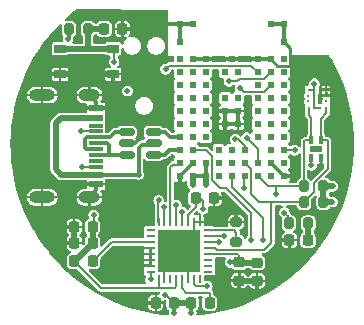
<source format=gtl>
G04 #@! TF.GenerationSoftware,KiCad,Pcbnew,8.0.6*
G04 #@! TF.CreationDate,2025-05-06T14:47:19+02:00*
G04 #@! TF.ProjectId,nRF5340,6e524635-3334-4302-9e6b-696361645f70,rev?*
G04 #@! TF.SameCoordinates,Original*
G04 #@! TF.FileFunction,Copper,L1,Top*
G04 #@! TF.FilePolarity,Positive*
%FSLAX46Y46*%
G04 Gerber Fmt 4.6, Leading zero omitted, Abs format (unit mm)*
G04 Created by KiCad (PCBNEW 8.0.6) date 2025-05-06 14:47:19*
%MOMM*%
%LPD*%
G01*
G04 APERTURE LIST*
G04 Aperture macros list*
%AMRoundRect*
0 Rectangle with rounded corners*
0 $1 Rounding radius*
0 $2 $3 $4 $5 $6 $7 $8 $9 X,Y pos of 4 corners*
0 Add a 4 corners polygon primitive as box body*
4,1,4,$2,$3,$4,$5,$6,$7,$8,$9,$2,$3,0*
0 Add four circle primitives for the rounded corners*
1,1,$1+$1,$2,$3*
1,1,$1+$1,$4,$5*
1,1,$1+$1,$6,$7*
1,1,$1+$1,$8,$9*
0 Add four rect primitives between the rounded corners*
20,1,$1+$1,$2,$3,$4,$5,0*
20,1,$1+$1,$4,$5,$6,$7,0*
20,1,$1+$1,$6,$7,$8,$9,0*
20,1,$1+$1,$8,$9,$2,$3,0*%
G04 Aperture macros list end*
G04 #@! TA.AperFunction,SMDPad,CuDef*
%ADD10RoundRect,0.225000X0.225000X0.250000X-0.225000X0.250000X-0.225000X-0.250000X0.225000X-0.250000X0*%
G04 #@! TD*
G04 #@! TA.AperFunction,SMDPad,CuDef*
%ADD11RoundRect,0.200000X-0.200000X-0.275000X0.200000X-0.275000X0.200000X0.275000X-0.200000X0.275000X0*%
G04 #@! TD*
G04 #@! TA.AperFunction,SMDPad,CuDef*
%ADD12RoundRect,0.225000X-0.250000X0.225000X-0.250000X-0.225000X0.250000X-0.225000X0.250000X0.225000X0*%
G04 #@! TD*
G04 #@! TA.AperFunction,SMDPad,CuDef*
%ADD13RoundRect,0.225000X-0.225000X-0.250000X0.225000X-0.250000X0.225000X0.250000X-0.225000X0.250000X0*%
G04 #@! TD*
G04 #@! TA.AperFunction,SMDPad,CuDef*
%ADD14R,0.254000X0.762000*%
G04 #@! TD*
G04 #@! TA.AperFunction,SMDPad,CuDef*
%ADD15R,0.762000X0.254000*%
G04 #@! TD*
G04 #@! TA.AperFunction,SMDPad,CuDef*
%ADD16R,3.606800X3.606800*%
G04 #@! TD*
G04 #@! TA.AperFunction,SMDPad,CuDef*
%ADD17RoundRect,0.218750X0.218750X0.256250X-0.218750X0.256250X-0.218750X-0.256250X0.218750X-0.256250X0*%
G04 #@! TD*
G04 #@! TA.AperFunction,SMDPad,CuDef*
%ADD18R,0.990600X0.711200*%
G04 #@! TD*
G04 #@! TA.AperFunction,SMDPad,CuDef*
%ADD19R,0.600000X0.600000*%
G04 #@! TD*
G04 #@! TA.AperFunction,SMDPad,CuDef*
%ADD20RoundRect,0.200000X0.200000X0.275000X-0.200000X0.275000X-0.200000X-0.275000X0.200000X-0.275000X0*%
G04 #@! TD*
G04 #@! TA.AperFunction,SMDPad,CuDef*
%ADD21RoundRect,0.200000X0.275000X-0.200000X0.275000X0.200000X-0.275000X0.200000X-0.275000X-0.200000X0*%
G04 #@! TD*
G04 #@! TA.AperFunction,SMDPad,CuDef*
%ADD22RoundRect,0.218750X-0.218750X-0.256250X0.218750X-0.256250X0.218750X0.256250X-0.218750X0.256250X0*%
G04 #@! TD*
G04 #@! TA.AperFunction,SMDPad,CuDef*
%ADD23R,1.150000X0.600000*%
G04 #@! TD*
G04 #@! TA.AperFunction,SMDPad,CuDef*
%ADD24R,1.150000X0.300000*%
G04 #@! TD*
G04 #@! TA.AperFunction,ComponentPad*
%ADD25O,1.800000X1.000000*%
G04 #@! TD*
G04 #@! TA.AperFunction,ComponentPad*
%ADD26O,2.200000X1.000000*%
G04 #@! TD*
G04 #@! TA.AperFunction,SMDPad,CuDef*
%ADD27R,0.304800X0.711200*%
G04 #@! TD*
G04 #@! TA.AperFunction,SMDPad,CuDef*
%ADD28R,1.092200X0.508000*%
G04 #@! TD*
G04 #@! TA.AperFunction,SMDPad,CuDef*
%ADD29R,0.254000X0.279400*%
G04 #@! TD*
G04 #@! TA.AperFunction,SMDPad,CuDef*
%ADD30R,0.279400X0.254000*%
G04 #@! TD*
G04 #@! TA.AperFunction,SMDPad,CuDef*
%ADD31RoundRect,0.150000X-0.512500X-0.150000X0.512500X-0.150000X0.512500X0.150000X-0.512500X0.150000X0*%
G04 #@! TD*
G04 #@! TA.AperFunction,ViaPad*
%ADD32C,0.500000*%
G04 #@! TD*
G04 #@! TA.AperFunction,ViaPad*
%ADD33C,0.450000*%
G04 #@! TD*
G04 #@! TA.AperFunction,Conductor*
%ADD34C,0.500000*%
G04 #@! TD*
G04 #@! TA.AperFunction,Conductor*
%ADD35C,0.200000*%
G04 #@! TD*
G04 #@! TA.AperFunction,Conductor*
%ADD36C,0.300000*%
G04 #@! TD*
G04 #@! TA.AperFunction,Conductor*
%ADD37C,0.150000*%
G04 #@! TD*
G04 #@! TA.AperFunction,Conductor*
%ADD38C,0.250000*%
G04 #@! TD*
G04 APERTURE END LIST*
D10*
X172800001Y-69900000D03*
X171249999Y-69900000D03*
D11*
X170775000Y-51750000D03*
X172425000Y-51750000D03*
D12*
X186730000Y-71534999D03*
X186730000Y-73085001D03*
D13*
X173774999Y-51750000D03*
X175325001Y-51750000D03*
D14*
X178390000Y-72971400D03*
X178890000Y-72971404D03*
X179389998Y-72971399D03*
X179889999Y-72971401D03*
X180390002Y-72971399D03*
X180890000Y-72971400D03*
X181389998Y-72971400D03*
X181889998Y-72971400D03*
D15*
X182565699Y-72295699D03*
X182565703Y-71795699D03*
X182565698Y-71295701D03*
X182565700Y-70795700D03*
X182565698Y-70295697D03*
X182565699Y-69795699D03*
X182565699Y-69295701D03*
X182565699Y-68795701D03*
D14*
X181889998Y-68120000D03*
X181389998Y-68119996D03*
X180890000Y-68120001D03*
X180389999Y-68119999D03*
X179889996Y-68120001D03*
X179389998Y-68120000D03*
X178890000Y-68120000D03*
X178390000Y-68120000D03*
D15*
X177714299Y-68795701D03*
X177714295Y-69295701D03*
X177714300Y-69795699D03*
X177714298Y-70295700D03*
X177714300Y-70795703D03*
X177714299Y-71295701D03*
X177714299Y-71795699D03*
X177714299Y-72295699D03*
D16*
X180139999Y-70545700D03*
D17*
X182717502Y-74939999D03*
X181142498Y-74940001D03*
D18*
X174550001Y-55599999D03*
X170049998Y-55599999D03*
X174550002Y-53450001D03*
X170049999Y-53450001D03*
D12*
X185230000Y-71514999D03*
X185230000Y-73065001D03*
D11*
X190700000Y-66400000D03*
X192350000Y-66400000D03*
X190700000Y-65075000D03*
X192350000Y-65075000D03*
D19*
X188975006Y-64224999D03*
X187875005Y-64225000D03*
X186775003Y-64224997D03*
X185675004Y-64225000D03*
X184575005Y-64225003D03*
X183475004Y-64225000D03*
X182375002Y-64225001D03*
X181275004Y-64225001D03*
X180175004Y-64224998D03*
X188975004Y-63125000D03*
X187875004Y-63125004D03*
X186775004Y-63125000D03*
X185675004Y-63125002D03*
X184575004Y-63125000D03*
X183475006Y-63125002D03*
X182375004Y-63125000D03*
X181275003Y-63124999D03*
X180175004Y-63125000D03*
X188975003Y-62025001D03*
X187875004Y-62025001D03*
X185675004Y-62025000D03*
X184575000Y-62025000D03*
X183475004Y-62025000D03*
X181275003Y-62025000D03*
X180175000Y-62025000D03*
X188975004Y-60925000D03*
X187875004Y-60925000D03*
X186775004Y-60925000D03*
X182375004Y-60925000D03*
X181275009Y-60924998D03*
X180175004Y-60925000D03*
X188975006Y-59824998D03*
X187875004Y-59825000D03*
X186775004Y-59825001D03*
X185125004Y-59825000D03*
X184025004Y-59825000D03*
X182375004Y-59825000D03*
X181275004Y-59825000D03*
X180175002Y-59825000D03*
X188975004Y-58725000D03*
X187875004Y-58725004D03*
X186775004Y-58725000D03*
X185125002Y-58725001D03*
X184025006Y-58724999D03*
X182375004Y-58725000D03*
X181275004Y-58724996D03*
X180175004Y-58725000D03*
X188975006Y-57625000D03*
X187875004Y-57625000D03*
X186775004Y-57625000D03*
X185125004Y-57625000D03*
X184025004Y-57625000D03*
X182375004Y-57624999D03*
X181275004Y-57625000D03*
X180175002Y-57625002D03*
X188975004Y-56525000D03*
X187874999Y-56525002D03*
X186775004Y-56525000D03*
X182375004Y-56525000D03*
X181275004Y-56525000D03*
X180175004Y-56525000D03*
X188975008Y-55425000D03*
X187875005Y-55425000D03*
X186775004Y-55425000D03*
X185125004Y-55425000D03*
X184025004Y-55425000D03*
X182375006Y-55425005D03*
X181275004Y-55424999D03*
X180175005Y-55424999D03*
X188975004Y-54325000D03*
X187875005Y-54325001D03*
X186775004Y-54325000D03*
X184575004Y-54325000D03*
X182375004Y-54325000D03*
X181275004Y-54324996D03*
X180175004Y-54325000D03*
X188975004Y-52825000D03*
X180175002Y-52824999D03*
X188975004Y-51325000D03*
X187875004Y-51325000D03*
X181275004Y-51325000D03*
X180175004Y-51325000D03*
D17*
X172822499Y-71405000D03*
X171247495Y-71404998D03*
D10*
X179695001Y-74930000D03*
X178144999Y-74930000D03*
D20*
X191075000Y-68225000D03*
X189425000Y-68225000D03*
D13*
X181524999Y-66100000D03*
X183075001Y-66100000D03*
D21*
X184975000Y-69765002D03*
X184975000Y-68115002D03*
D22*
X189462501Y-69649998D03*
X191037505Y-69650000D03*
D23*
X173112500Y-58490747D03*
X173112500Y-59290750D03*
D24*
X173112499Y-60440751D03*
X173112502Y-61440747D03*
X173112500Y-61940747D03*
X173112502Y-62940751D03*
D23*
X173112500Y-64090750D03*
X173112503Y-64890753D03*
D24*
X173112500Y-63440750D03*
X173112498Y-62440752D03*
X173112499Y-60940750D03*
X173112500Y-59940750D03*
D25*
X172537501Y-57370748D03*
D26*
X168537500Y-57370747D03*
D25*
X172537502Y-66010752D03*
D26*
X168537500Y-66010753D03*
D27*
X192125000Y-61149999D03*
X191324900Y-61149997D03*
X191324902Y-62648601D03*
X192125002Y-62648603D03*
D28*
X191724951Y-61899300D03*
D10*
X172799999Y-68524999D03*
X171249997Y-68524999D03*
D29*
X191086899Y-58412000D03*
X191586901Y-58412000D03*
X192086900Y-58412001D03*
X192586900Y-58412000D03*
D30*
X192598900Y-57899999D03*
X192598901Y-57400000D03*
D29*
X192586901Y-56888000D03*
X192086899Y-56888000D03*
X191586900Y-56887999D03*
X191086900Y-56888000D03*
D30*
X191074900Y-57400001D03*
X191074899Y-57900000D03*
D31*
X175702500Y-60500000D03*
X175702500Y-61450000D03*
X175702500Y-62400000D03*
X177977500Y-62400000D03*
X177977500Y-61450000D03*
X177977500Y-60500000D03*
D32*
X178980000Y-55170000D03*
X174620000Y-54530000D03*
D33*
X194000000Y-59000000D03*
D32*
X170374997Y-68524999D03*
D33*
X178500000Y-59500000D03*
D32*
X183900000Y-66100000D03*
D33*
X178500000Y-50500000D03*
X184000000Y-74500000D03*
X168500000Y-61500000D03*
D32*
X188733749Y-69647501D03*
X189700000Y-64225000D03*
D33*
X179000000Y-58500000D03*
D32*
X178575000Y-51325000D03*
X180175000Y-65050000D03*
D33*
X184000000Y-73000000D03*
X171500000Y-50500000D03*
X176000000Y-74500000D03*
X184000000Y-72000000D03*
X175000000Y-70500000D03*
D32*
X170394997Y-69894999D03*
D33*
X168000000Y-55500000D03*
X174500000Y-50500000D03*
X173500000Y-50500000D03*
D32*
X192575000Y-56375000D03*
D33*
X190500000Y-54500000D03*
X190000000Y-71500000D03*
X172000000Y-67500000D03*
D32*
X185230000Y-74030000D03*
D33*
X190005995Y-63021052D03*
X177000000Y-73000000D03*
X174500000Y-57500000D03*
X177000000Y-66000000D03*
D32*
X177200000Y-74930000D03*
D33*
X191500000Y-54500000D03*
X192500000Y-54500000D03*
D32*
X169150000Y-55590000D03*
D33*
X178000000Y-63500000D03*
X183000000Y-67500000D03*
X183500000Y-71500000D03*
X183500000Y-61000000D03*
X194000000Y-64500000D03*
X176500000Y-50500000D03*
X169000000Y-54500000D03*
X178500000Y-64500000D03*
X168500000Y-59000000D03*
D32*
X170150000Y-64900000D03*
D33*
X171500000Y-52500000D03*
D32*
X176190000Y-51740000D03*
X186730000Y-74030000D03*
D33*
X170500000Y-58000000D03*
D32*
X184025000Y-60500000D03*
D33*
X168500000Y-64000000D03*
D32*
X182460000Y-68120000D03*
D33*
X177500000Y-50500000D03*
X175500000Y-50500000D03*
X180500000Y-66000000D03*
X175500000Y-58000000D03*
D32*
X174125000Y-71500000D03*
X183325000Y-58725000D03*
X184980000Y-67410000D03*
D33*
X194000000Y-62500000D03*
X167500000Y-62500000D03*
X176500000Y-72000000D03*
X175000000Y-66000000D03*
X167500000Y-60000000D03*
X172500000Y-50500000D03*
X183500000Y-73500000D03*
X192500000Y-68000000D03*
X176500000Y-70500000D03*
X169000000Y-68000000D03*
D32*
X192125002Y-63290000D03*
D33*
X174500000Y-69000000D03*
D32*
X175710000Y-54230000D03*
X171840000Y-58510000D03*
X174540000Y-56330000D03*
D33*
X194000000Y-61000000D03*
D32*
X181160000Y-75770000D03*
X193110000Y-66410000D03*
X193140000Y-65080000D03*
X170725000Y-52600000D03*
X191575000Y-56400000D03*
X178910000Y-74270000D03*
X182375000Y-64975000D03*
X181275000Y-64950000D03*
X177710000Y-72970000D03*
X175750000Y-57000000D03*
X191325000Y-63300000D03*
X179695001Y-75804999D03*
X184450000Y-71514999D03*
X182150000Y-67000000D03*
X180400000Y-67270000D03*
X172900000Y-67500000D03*
X179900000Y-66690000D03*
X176689250Y-64090750D03*
X188360000Y-65770000D03*
X183500000Y-69800000D03*
X185625000Y-65225000D03*
X183960000Y-69300000D03*
X171780000Y-60430000D03*
X178870000Y-66840000D03*
X184900000Y-61100000D03*
X182500000Y-73550000D03*
X178400000Y-66280000D03*
X171870000Y-63440000D03*
X184350000Y-56200000D03*
X185850000Y-60975000D03*
X185290000Y-56780000D03*
X187225000Y-69650000D03*
X186225000Y-69650000D03*
X189900000Y-62025000D03*
X189025000Y-67300000D03*
D34*
X172425000Y-51750000D02*
X173774999Y-51750000D01*
X172425000Y-53400001D02*
X172375000Y-53450001D01*
D35*
X174540000Y-53460003D02*
X174550002Y-53450001D01*
X178980000Y-55170000D02*
X179260000Y-54890000D01*
D34*
X172425000Y-51750000D02*
X172425000Y-53400001D01*
D35*
X179260000Y-54890000D02*
X186240004Y-54890000D01*
X174620000Y-54530000D02*
X174620000Y-53519999D01*
X174620000Y-53519999D02*
X174550002Y-53450001D01*
D34*
X170049999Y-53450001D02*
X172375000Y-53450001D01*
D35*
X186240004Y-54890000D02*
X186775004Y-55425000D01*
D34*
X172375000Y-53450001D02*
X174550002Y-53450001D01*
D36*
X184975000Y-67415000D02*
X184980000Y-67410000D01*
X189613749Y-69650001D02*
X188736250Y-69649999D01*
X180175004Y-51325000D02*
X178575000Y-51325000D01*
X178144999Y-74930000D02*
X177200000Y-74930000D01*
X180175004Y-65049996D02*
X180175000Y-65050000D01*
D35*
X178890001Y-71795697D02*
X180139999Y-70545700D01*
D36*
X187875004Y-54325000D02*
X187875005Y-54325001D01*
D34*
X185230000Y-73065001D02*
X186710000Y-73065001D01*
D36*
X175907852Y-59340000D02*
X175058599Y-58490747D01*
X175702500Y-61450000D02*
X176364999Y-61450000D01*
D35*
X192125002Y-63290000D02*
X192125002Y-62648603D01*
D36*
X173112503Y-65435751D02*
X172537502Y-66010752D01*
X173112503Y-64890753D02*
X170159247Y-64890753D01*
X184025004Y-59825000D02*
X184025004Y-60499996D01*
X186775004Y-54325000D02*
X187875004Y-54325000D01*
X185125002Y-58725001D02*
X185125002Y-59824998D01*
D37*
X192598901Y-56900000D02*
X192586901Y-56888000D01*
D35*
X180890001Y-72971399D02*
X180890001Y-71295700D01*
D36*
X170399998Y-69900000D02*
X170394997Y-69894999D01*
D35*
X192586901Y-56386901D02*
X192575000Y-56375000D01*
D36*
X184025004Y-59825000D02*
X184025004Y-58725001D01*
D35*
X192586901Y-56888000D02*
X192586901Y-56386901D01*
D36*
X180175002Y-52824999D02*
X180175002Y-51325002D01*
X184025004Y-60499996D02*
X184025000Y-60500000D01*
X173112500Y-58490747D02*
X173112500Y-57945747D01*
D35*
X177714297Y-70295698D02*
X177714299Y-71795698D01*
D36*
X180175002Y-51325002D02*
X180175004Y-51325000D01*
X174550001Y-56319999D02*
X174540000Y-56330000D01*
X183075001Y-66100000D02*
X183900000Y-66100000D01*
X185230000Y-73065001D02*
X185230000Y-74030000D01*
D35*
X181390001Y-68119999D02*
X181389996Y-68119994D01*
D36*
X171249999Y-69900000D02*
X170399998Y-69900000D01*
X170159247Y-64890753D02*
X170150000Y-64900000D01*
X180175004Y-64224998D02*
X181275003Y-63124999D01*
X184575004Y-54325000D02*
X186775004Y-54325000D01*
X173112503Y-64890753D02*
X173112503Y-65435751D01*
X171249997Y-68524999D02*
X170374997Y-68524999D01*
X173112500Y-58490747D02*
X171859253Y-58490747D01*
X184025006Y-58724999D02*
X183325001Y-58724999D01*
D35*
X178890000Y-72971405D02*
X178890001Y-71795697D01*
D38*
X188425004Y-54875000D02*
X187875005Y-54325001D01*
X189525004Y-54875000D02*
X188425004Y-54875000D01*
D34*
X184970002Y-68120000D02*
X184975000Y-68115002D01*
D35*
X181889998Y-68120000D02*
X182460000Y-68120000D01*
D36*
X187875004Y-51325000D02*
X188975004Y-51325000D01*
D34*
X170049998Y-55599999D02*
X174550001Y-55599999D01*
D38*
X189525004Y-53375000D02*
X189525004Y-54490000D01*
D34*
X171249997Y-68525002D02*
X171249996Y-69899999D01*
D36*
X188975006Y-64224999D02*
X189699999Y-64224999D01*
X176820000Y-59340000D02*
X175907852Y-59340000D01*
X175058599Y-58490747D02*
X173112500Y-58490747D01*
X172537500Y-57370747D02*
X172537501Y-57370748D01*
X189699999Y-64224999D02*
X189700000Y-64225000D01*
D37*
X192086899Y-56888000D02*
X192586901Y-56888000D01*
D35*
X181889997Y-68119998D02*
X181390001Y-68119999D01*
D36*
X185125002Y-59824998D02*
X185125004Y-59825000D01*
X171859253Y-58490747D02*
X171840000Y-58510000D01*
D37*
X192598901Y-57400000D02*
X192598901Y-56900000D01*
D36*
X176364999Y-61450000D02*
X176820000Y-60994999D01*
X187875011Y-63125004D02*
X188975006Y-64224999D01*
X176180000Y-51750000D02*
X176190000Y-51740000D01*
D35*
X181389996Y-68119994D02*
X181389996Y-69295701D01*
D36*
X180175004Y-51325000D02*
X181275004Y-51325000D01*
D35*
X180890001Y-71295700D02*
X180139999Y-70545700D01*
D36*
X185125004Y-59825000D02*
X184025004Y-59825000D01*
X185125000Y-58724999D02*
X185125002Y-58725001D01*
X182375004Y-54325000D02*
X181275008Y-54325000D01*
X170049998Y-55599999D02*
X169159999Y-55599999D01*
X184975000Y-68115002D02*
X184975000Y-67415000D01*
X182375004Y-54325000D02*
X184575004Y-54325000D01*
X188975004Y-51325000D02*
X188975004Y-52825000D01*
D38*
X189525004Y-54490000D02*
X189525004Y-54875000D01*
D36*
X184025006Y-58724999D02*
X185125000Y-58724999D01*
D35*
X181389996Y-69295701D02*
X180139999Y-70545700D01*
D36*
X187875004Y-63125004D02*
X187875011Y-63125004D01*
X184025004Y-58725001D02*
X184025006Y-58724999D01*
X190490000Y-54490000D02*
X190500000Y-54500000D01*
D34*
X186710000Y-73065001D02*
X186730000Y-73085001D01*
D36*
X176820000Y-60994999D02*
X176820000Y-59340000D01*
X183325001Y-58724999D02*
X183325000Y-58725000D01*
X173112500Y-57945747D02*
X172537501Y-57370748D01*
X186730000Y-73085001D02*
X186730000Y-74030000D01*
X181275008Y-54325000D02*
X181275004Y-54324996D01*
D35*
X177714299Y-71795698D02*
X177714298Y-71795699D01*
D36*
X180175004Y-64224998D02*
X180175004Y-65049996D01*
X175325001Y-51750000D02*
X176180000Y-51750000D01*
D38*
X189525004Y-54490000D02*
X190490000Y-54490000D01*
D36*
X169159999Y-55599999D02*
X169150000Y-55590000D01*
X174550001Y-55599999D02*
X174550001Y-56319999D01*
D38*
X188975004Y-52825000D02*
X189525004Y-53375000D01*
D35*
X179610000Y-63240000D02*
X180060004Y-63240000D01*
X180060004Y-63240000D02*
X180175004Y-63125000D01*
X179389998Y-68120000D02*
X179389998Y-63460002D01*
X179389998Y-63460002D02*
X179610000Y-63240000D01*
D34*
X179705002Y-74940001D02*
X179695001Y-74930000D01*
D37*
X191586900Y-56887999D02*
X191586900Y-58411999D01*
D36*
X184450000Y-71514999D02*
X185230000Y-71514999D01*
X181142498Y-75752498D02*
X181160000Y-75770000D01*
D34*
X182375002Y-64225001D02*
X182375002Y-64974998D01*
D35*
X177714299Y-72965701D02*
X177710000Y-72970000D01*
X191586900Y-56887999D02*
X191586900Y-56411900D01*
X185230000Y-70950000D02*
X185230000Y-71514999D01*
D34*
X192350000Y-65075000D02*
X193135000Y-65075000D01*
D37*
X192086899Y-58412000D02*
X192086900Y-58412001D01*
D34*
X186730000Y-71534999D02*
X185250000Y-71534999D01*
D35*
X191586900Y-56411900D02*
X191575000Y-56400000D01*
D34*
X193135000Y-65075000D02*
X193140000Y-65080000D01*
X182375002Y-64974998D02*
X182375000Y-64975000D01*
D35*
X182565700Y-70795700D02*
X185075700Y-70795700D01*
D36*
X182375002Y-64225001D02*
X182375002Y-63125002D01*
D37*
X191586900Y-58411999D02*
X191586901Y-58412000D01*
D34*
X181275004Y-64949996D02*
X181275000Y-64950000D01*
D35*
X185075700Y-70795700D02*
X185230000Y-70950000D01*
D36*
X170775000Y-52550000D02*
X170775000Y-51750000D01*
D35*
X191325000Y-63300000D02*
X191324902Y-63299902D01*
D36*
X182375002Y-63125002D02*
X182375004Y-63125000D01*
X170725000Y-52600000D02*
X170775000Y-52550000D01*
D34*
X181275004Y-64225001D02*
X181275004Y-64949996D01*
D35*
X177714299Y-72295699D02*
X177714299Y-72965701D01*
X179035001Y-74270000D02*
X179695001Y-74930000D01*
D37*
X191586899Y-56888000D02*
X191586900Y-56887999D01*
D36*
X179695001Y-75804999D02*
X179695001Y-74930000D01*
D34*
X181142498Y-74940001D02*
X179705002Y-74940001D01*
D37*
X191586901Y-58412000D02*
X192086899Y-58412000D01*
X191086900Y-56888000D02*
X191586899Y-56888000D01*
D34*
X192350000Y-66400000D02*
X193100000Y-66400000D01*
D35*
X191324902Y-63299902D02*
X191324902Y-62648601D01*
D34*
X193100000Y-66400000D02*
X193110000Y-66410000D01*
D35*
X178910000Y-74270000D02*
X179035001Y-74270000D01*
D34*
X192350000Y-65075000D02*
X192350000Y-66400000D01*
D36*
X181142498Y-74940001D02*
X181142498Y-75752498D01*
X181275004Y-64225001D02*
X182375002Y-64225001D01*
D34*
X185250000Y-71534999D02*
X185230000Y-71514999D01*
D35*
X180890000Y-67480000D02*
X181530000Y-66840000D01*
X181925000Y-66100000D02*
X182150000Y-66325000D01*
X181530000Y-66840000D02*
X181530000Y-66105001D01*
X182150000Y-66325000D02*
X182150000Y-67000000D01*
X180890000Y-68120001D02*
X180890000Y-67480000D01*
X181524999Y-66100000D02*
X181514999Y-66100000D01*
X181530000Y-66105001D02*
X181524999Y-66100000D01*
X181524999Y-66100000D02*
X181925000Y-66100000D01*
X172900000Y-68424998D02*
X172799999Y-68524999D01*
X172900000Y-67500000D02*
X172900000Y-68424998D01*
D34*
X171295003Y-71404998D02*
X172800001Y-69900000D01*
X171247495Y-71404998D02*
X171295003Y-71404998D01*
D35*
X180389999Y-68119999D02*
X180389999Y-67280001D01*
X179752400Y-73690000D02*
X179889999Y-73552401D01*
X178390000Y-73680000D02*
X178380000Y-73690000D01*
X178390000Y-72971400D02*
X178390000Y-73680000D01*
X171247495Y-71404998D02*
X171247495Y-71422495D01*
X179889999Y-73552401D02*
X179889999Y-72971401D01*
D34*
X172799999Y-68525002D02*
X172800000Y-69899996D01*
D35*
X173515000Y-73690000D02*
X178380000Y-73690000D01*
X178380000Y-73690000D02*
X179752400Y-73690000D01*
X180389999Y-67280001D02*
X180400000Y-67270000D01*
X171247495Y-71422495D02*
X173515000Y-73690000D01*
D36*
X176689250Y-64090750D02*
X176690000Y-64090000D01*
D35*
X179889996Y-68120001D02*
X179889996Y-66700004D01*
X179889996Y-66700004D02*
X179900000Y-66690000D01*
D36*
X176690000Y-64090000D02*
X176690000Y-61810000D01*
X173112500Y-64090750D02*
X176689250Y-64090750D01*
D34*
X169670000Y-63640000D02*
X170120750Y-64090750D01*
X173112500Y-59290750D02*
X170099250Y-59290750D01*
X169670000Y-59720000D02*
X169670000Y-63640000D01*
X170099250Y-59290750D02*
X169670000Y-59720000D01*
D36*
X176950000Y-61550000D02*
X177975000Y-61550000D01*
X176690000Y-61810000D02*
X176950000Y-61550000D01*
D34*
X170120750Y-64090750D02*
X173112500Y-64090750D01*
X191075000Y-69612505D02*
X191037505Y-69650000D01*
X191075000Y-68225000D02*
X191075000Y-69612505D01*
D35*
X172822499Y-71377501D02*
X172822499Y-71405000D01*
X174404301Y-69795699D02*
X172822499Y-71377501D01*
X177714300Y-69795699D02*
X174404301Y-69795699D01*
X182565699Y-68795701D02*
X184755701Y-68795701D01*
X184975000Y-69015000D02*
X184975000Y-69765002D01*
X184755701Y-68795701D02*
X184975000Y-69015000D01*
X183500000Y-69800000D02*
X183495699Y-69795699D01*
X187640006Y-65090000D02*
X188345000Y-65090000D01*
D37*
X190825003Y-61149997D02*
X191324900Y-61149997D01*
D35*
X186775003Y-64224997D02*
X187640006Y-65090000D01*
X183495699Y-69795699D02*
X182565699Y-69795699D01*
X190685000Y-65090000D02*
X190700000Y-65075000D01*
X188360000Y-65770000D02*
X188360000Y-65095000D01*
D37*
X190700000Y-65075000D02*
X190700000Y-61275000D01*
X191324900Y-61149997D02*
X191324900Y-59299900D01*
X191086899Y-59061899D02*
X191086899Y-58412000D01*
D35*
X188355000Y-65090000D02*
X190685000Y-65090000D01*
X188360000Y-65095000D02*
X188355000Y-65090000D01*
X188360000Y-65770000D02*
X188350000Y-65760000D01*
D37*
X191324900Y-59299900D02*
X191086899Y-59061899D01*
X190700000Y-61275000D02*
X190825003Y-61149997D01*
D35*
X183960000Y-69300000D02*
X183955701Y-69295701D01*
X183955701Y-69295701D02*
X182565699Y-69295701D01*
X185625000Y-64275004D02*
X185675004Y-64225000D01*
X185625000Y-65225000D02*
X185625000Y-64275004D01*
X178890000Y-66860000D02*
X178870000Y-66840000D01*
X171790751Y-60440751D02*
X171780000Y-60430000D01*
X178890000Y-68120000D02*
X178890000Y-66860000D01*
X173112499Y-60440751D02*
X171790751Y-60440751D01*
X182497600Y-73552400D02*
X181562998Y-73552400D01*
X184900000Y-61100000D02*
X185075000Y-61100000D01*
X185075000Y-61100000D02*
X185675004Y-61700004D01*
X181562998Y-73552400D02*
X181389998Y-73379400D01*
X182500000Y-73550000D02*
X182497600Y-73552400D01*
X185675004Y-61700004D02*
X185675004Y-62025000D01*
X181389998Y-73379400D02*
X181389998Y-72971400D01*
X180390003Y-72971399D02*
X180380000Y-72981401D01*
X180390002Y-72971399D02*
X180390002Y-73730002D01*
X182690000Y-74090000D02*
X182717502Y-74117502D01*
X180390002Y-73730002D02*
X180750000Y-74090000D01*
X180750000Y-74090000D02*
X182690000Y-74090000D01*
X182717502Y-74117502D02*
X182717502Y-74939999D01*
X178370000Y-66310000D02*
X178400000Y-66280000D01*
X178390000Y-68120000D02*
X178370000Y-68100000D01*
X173112500Y-63440750D02*
X171870750Y-63440750D01*
X171870750Y-63440750D02*
X171870000Y-63440000D01*
X178370000Y-68100000D02*
X178370000Y-66310000D01*
D37*
X191525000Y-64825000D02*
X192700000Y-63650000D01*
D35*
X187930000Y-69850000D02*
X187340000Y-70440000D01*
X186200000Y-65700000D02*
X186900000Y-66400000D01*
X183312893Y-70440000D02*
X183168590Y-70295697D01*
D37*
X192700000Y-61199998D02*
X192650001Y-61149999D01*
X192700000Y-63650000D02*
X192700000Y-61199998D01*
X185675004Y-63125002D02*
X186200000Y-63649998D01*
D35*
X187930000Y-66400000D02*
X187930000Y-69850000D01*
D37*
X191525000Y-65575000D02*
X191525000Y-64825000D01*
D35*
X190700000Y-66400000D02*
X186900000Y-66400000D01*
D37*
X192125000Y-59375000D02*
X192586900Y-58913100D01*
D35*
X187340000Y-70440000D02*
X183312893Y-70440000D01*
D37*
X186200000Y-63649998D02*
X186200000Y-65700000D01*
X190700000Y-66400000D02*
X191525000Y-65575000D01*
X192125000Y-61149999D02*
X192125000Y-59375000D01*
X192586900Y-58913100D02*
X192586900Y-58412000D01*
X192650001Y-61149999D02*
X192125000Y-61149999D01*
D35*
X183168590Y-70295697D02*
X182565698Y-70295697D01*
X185020000Y-56200000D02*
X185250000Y-55970000D01*
X184350000Y-56200000D02*
X185020000Y-56200000D01*
X187330005Y-55970000D02*
X187875005Y-55425000D01*
X185250000Y-55970000D02*
X187330005Y-55970000D01*
X186775004Y-61900004D02*
X186775004Y-63125000D01*
X185850000Y-60975000D02*
X186775004Y-61900004D01*
X187320001Y-57080000D02*
X187874999Y-56525002D01*
X185590000Y-57080000D02*
X187320001Y-57080000D01*
X185290000Y-56780000D02*
X185590000Y-57080000D01*
D36*
X173121746Y-62450000D02*
X173112498Y-62440752D01*
X174170000Y-62400000D02*
X174129248Y-62440752D01*
X175702500Y-62400000D02*
X175652500Y-62450000D01*
X175652500Y-62450000D02*
X173121746Y-62450000D01*
X174010747Y-61440747D02*
X174170000Y-61600000D01*
X173112502Y-61440747D02*
X174010747Y-61440747D01*
X174170000Y-61600000D02*
X174170000Y-62400000D01*
X174129248Y-62440752D02*
X173112498Y-62440752D01*
X174690000Y-60500000D02*
X175600000Y-60500000D01*
X172309250Y-60940750D02*
X172150000Y-61100000D01*
X172260747Y-61940747D02*
X173112500Y-61940747D01*
X174249250Y-60940750D02*
X174690000Y-60500000D01*
X172150000Y-61830000D02*
X172260747Y-61940747D01*
X175600000Y-60500000D02*
X175700000Y-60600000D01*
X173112499Y-60940750D02*
X172309250Y-60940750D01*
X172150000Y-61100000D02*
X172150000Y-61830000D01*
X173112499Y-60940750D02*
X174249250Y-60940750D01*
D35*
X187225000Y-67750736D02*
X184575005Y-65100741D01*
X187225000Y-69650000D02*
X187225000Y-67750736D01*
X184575005Y-65100741D02*
X184575005Y-64225003D01*
X186225000Y-67350000D02*
X184125000Y-65250000D01*
X182900000Y-62550000D02*
X182375000Y-62025000D01*
X182900000Y-64550000D02*
X182900000Y-62550000D01*
X186225000Y-69650000D02*
X186225000Y-67350000D01*
X183600000Y-65250000D02*
X182900000Y-64550000D01*
X184125000Y-65250000D02*
X183600000Y-65250000D01*
X182375000Y-62025000D02*
X181275003Y-62025000D01*
X189899999Y-62025001D02*
X188975003Y-62025001D01*
X189425000Y-68225000D02*
X189425000Y-67700000D01*
X189425000Y-67700000D02*
X189025000Y-67300000D01*
X189900000Y-62025000D02*
X189899999Y-62025001D01*
D36*
X178910000Y-62400000D02*
X179285000Y-62025000D01*
X177977500Y-62400000D02*
X178910000Y-62400000D01*
X179285000Y-62025000D02*
X180175000Y-62025000D01*
X177977500Y-60500000D02*
X178940000Y-60500000D01*
X179365000Y-60925000D02*
X180175004Y-60925000D01*
X178940000Y-60500000D02*
X179365000Y-60925000D01*
G04 #@! TA.AperFunction,Conductor*
G36*
X179075644Y-50124721D02*
G01*
X179133780Y-50143792D01*
X179169605Y-50193392D01*
X179174363Y-50224356D01*
X179149999Y-54024999D01*
X179150000Y-54025000D01*
X179575171Y-54023570D01*
X179633425Y-54042281D01*
X179669555Y-54091660D01*
X179674504Y-54122569D01*
X179674504Y-54490500D01*
X179655597Y-54548691D01*
X179606097Y-54584655D01*
X179575504Y-54589500D01*
X179220435Y-54589500D01*
X179144014Y-54609977D01*
X179144010Y-54609979D01*
X179083788Y-54644748D01*
X179075489Y-54649539D01*
X179034524Y-54690504D01*
X178980007Y-54718281D01*
X178964521Y-54719500D01*
X178915225Y-54719500D01*
X178790933Y-54755995D01*
X178790926Y-54755998D01*
X178681952Y-54826031D01*
X178597117Y-54923938D01*
X178543302Y-55041774D01*
X178524867Y-55169997D01*
X178524867Y-55170002D01*
X178543302Y-55298225D01*
X178566706Y-55349471D01*
X178597118Y-55416063D01*
X178668522Y-55498469D01*
X178681952Y-55513968D01*
X178769918Y-55570500D01*
X178790931Y-55584004D01*
X178915228Y-55620500D01*
X178915230Y-55620500D01*
X179044770Y-55620500D01*
X179044772Y-55620500D01*
X179169069Y-55584004D01*
X179278049Y-55513967D01*
X179362882Y-55416063D01*
X179416697Y-55298226D01*
X179417952Y-55289500D01*
X179419978Y-55275411D01*
X179446974Y-55220503D01*
X179501088Y-55191950D01*
X179517970Y-55190500D01*
X179575505Y-55190500D01*
X179633696Y-55209407D01*
X179669660Y-55258907D01*
X179674505Y-55289500D01*
X179674505Y-55744745D01*
X179674506Y-55744757D01*
X179682710Y-55785996D01*
X179686138Y-55803230D01*
X179730453Y-55869551D01*
X179730456Y-55869553D01*
X179765073Y-55892684D01*
X179802952Y-55940735D01*
X179805354Y-56001873D01*
X179771360Y-56052746D01*
X179765074Y-56057314D01*
X179730453Y-56080447D01*
X179730449Y-56080451D01*
X179686138Y-56146766D01*
X179686136Y-56146772D01*
X179674505Y-56205241D01*
X179674504Y-56205253D01*
X179674504Y-56844746D01*
X179674505Y-56844758D01*
X179686136Y-56903227D01*
X179686138Y-56903233D01*
X179716653Y-56948901D01*
X179730452Y-56969552D01*
X179730455Y-56969554D01*
X179765072Y-56992685D01*
X179802951Y-57040736D01*
X179805353Y-57101874D01*
X179771359Y-57152747D01*
X179765073Y-57157314D01*
X179730454Y-57180446D01*
X179730447Y-57180453D01*
X179686136Y-57246768D01*
X179686134Y-57246774D01*
X179674503Y-57305243D01*
X179674502Y-57305255D01*
X179674502Y-57944748D01*
X179674503Y-57944760D01*
X179686134Y-58003229D01*
X179686136Y-58003235D01*
X179715211Y-58046748D01*
X179730450Y-58069554D01*
X179765067Y-58092685D01*
X179765069Y-58092686D01*
X179802948Y-58140736D01*
X179805350Y-58201874D01*
X179771357Y-58252748D01*
X179765071Y-58257315D01*
X179730454Y-58280446D01*
X179730449Y-58280451D01*
X179686138Y-58346766D01*
X179686136Y-58346772D01*
X179674505Y-58405241D01*
X179674504Y-58405253D01*
X179674504Y-59044746D01*
X179674505Y-59044758D01*
X179686136Y-59103227D01*
X179686138Y-59103233D01*
X179730213Y-59169195D01*
X179730452Y-59169552D01*
X179765069Y-59192683D01*
X179765071Y-59192684D01*
X179802950Y-59240734D01*
X179805352Y-59301872D01*
X179771359Y-59352746D01*
X179765075Y-59357312D01*
X179759841Y-59360808D01*
X179730451Y-59380447D01*
X179730447Y-59380451D01*
X179686136Y-59446766D01*
X179686134Y-59446772D01*
X179674503Y-59505241D01*
X179674502Y-59505253D01*
X179674502Y-60144746D01*
X179674503Y-60144758D01*
X179686134Y-60203227D01*
X179686136Y-60203233D01*
X179730207Y-60269189D01*
X179730450Y-60269552D01*
X179765071Y-60292685D01*
X179802950Y-60340735D01*
X179805352Y-60401873D01*
X179771359Y-60452746D01*
X179765072Y-60457314D01*
X179730456Y-60480444D01*
X179730449Y-60480451D01*
X179697006Y-60530502D01*
X179648955Y-60568381D01*
X179614691Y-60574500D01*
X179551190Y-60574500D01*
X179492999Y-60555593D01*
X179481187Y-60545504D01*
X179155214Y-60219532D01*
X179155212Y-60219530D01*
X179075288Y-60173386D01*
X178986144Y-60149500D01*
X178986142Y-60149500D01*
X178826188Y-60149500D01*
X178767997Y-60130593D01*
X178756190Y-60120509D01*
X178696483Y-60060802D01*
X178656491Y-60041251D01*
X178591395Y-60009427D01*
X178554742Y-60004087D01*
X178523260Y-59999500D01*
X177431740Y-59999500D01*
X177400258Y-60004087D01*
X177363604Y-60009427D01*
X177258518Y-60060801D01*
X177175801Y-60143518D01*
X177124427Y-60248604D01*
X177121375Y-60269552D01*
X177114500Y-60316740D01*
X177114500Y-60683260D01*
X177119295Y-60716168D01*
X177124427Y-60751395D01*
X177172877Y-60850500D01*
X177175802Y-60856483D01*
X177224317Y-60904998D01*
X177252093Y-60959513D01*
X177242522Y-61019945D01*
X177224318Y-61045000D01*
X177175802Y-61093517D01*
X177151132Y-61143981D01*
X177108588Y-61187955D01*
X177062191Y-61199500D01*
X176903856Y-61199500D01*
X176881587Y-61205467D01*
X176852196Y-61213342D01*
X176852195Y-61213341D01*
X176814715Y-61223384D01*
X176777715Y-61244746D01*
X176739616Y-61266743D01*
X176734785Y-61269532D01*
X176726459Y-61277858D01*
X176671941Y-61305634D01*
X176611510Y-61296060D01*
X176568247Y-61252794D01*
X176558492Y-61222122D01*
X176555087Y-61198750D01*
X176503785Y-61093811D01*
X176455331Y-61045357D01*
X176427554Y-60990840D01*
X176437125Y-60930408D01*
X176455328Y-60905352D01*
X176504198Y-60856483D01*
X176555573Y-60751393D01*
X176565500Y-60683260D01*
X176565500Y-60316740D01*
X176555573Y-60248607D01*
X176548448Y-60234033D01*
X176517847Y-60171437D01*
X176504198Y-60143517D01*
X176421483Y-60060802D01*
X176381491Y-60041251D01*
X176316395Y-60009427D01*
X176279742Y-60004087D01*
X176248260Y-59999500D01*
X175156740Y-59999500D01*
X175125258Y-60004087D01*
X175088604Y-60009427D01*
X174983518Y-60060801D01*
X174983517Y-60060801D01*
X174983517Y-60060802D01*
X174923813Y-60120505D01*
X174869299Y-60148281D01*
X174853812Y-60149500D01*
X174643856Y-60149500D01*
X174554712Y-60173386D01*
X174503016Y-60203233D01*
X174474785Y-60219532D01*
X174133063Y-60561254D01*
X174078547Y-60589031D01*
X174063060Y-60590250D01*
X173986999Y-60590250D01*
X173928808Y-60571343D01*
X173892844Y-60521843D01*
X173887999Y-60491250D01*
X173887999Y-60271004D01*
X173887998Y-60270994D01*
X173875878Y-60210069D01*
X173875878Y-60171437D01*
X173887999Y-60110506D01*
X173888000Y-60110496D01*
X173888000Y-59771003D01*
X173887998Y-59770991D01*
X173875879Y-59710065D01*
X173875879Y-59671435D01*
X173887998Y-59610508D01*
X173888000Y-59610496D01*
X173888000Y-58971003D01*
X173887999Y-58970994D01*
X173879895Y-58930257D01*
X173876367Y-58912519D01*
X173876365Y-58912517D01*
X173875623Y-58908783D01*
X173875623Y-58870151D01*
X173887499Y-58810452D01*
X173887500Y-58810444D01*
X173887500Y-58590748D01*
X173887499Y-58590747D01*
X172337501Y-58590747D01*
X172337500Y-58590748D01*
X172337500Y-58741250D01*
X172318593Y-58799441D01*
X172269093Y-58835405D01*
X172238500Y-58840250D01*
X170039941Y-58840250D01*
X170017743Y-58846198D01*
X169949575Y-58864463D01*
X169949574Y-58864462D01*
X169925362Y-58870951D01*
X169925359Y-58870952D01*
X169822640Y-58930257D01*
X169309507Y-59443390D01*
X169250200Y-59546112D01*
X169250200Y-59546113D01*
X169250201Y-59546114D01*
X169219500Y-59660691D01*
X169219500Y-63699309D01*
X169225325Y-63721049D01*
X169241240Y-63780447D01*
X169250200Y-63813886D01*
X169250202Y-63813890D01*
X169309507Y-63916609D01*
X169309508Y-63916610D01*
X169309509Y-63916611D01*
X169309511Y-63916614D01*
X169844136Y-64451240D01*
X169946863Y-64510549D01*
X169965203Y-64515463D01*
X169965206Y-64515465D01*
X169965207Y-64515464D01*
X170061441Y-64541250D01*
X172238503Y-64541250D01*
X172296694Y-64560157D01*
X172332658Y-64609657D01*
X172337503Y-64640250D01*
X172337503Y-64790752D01*
X172337504Y-64790753D01*
X173887502Y-64790753D01*
X173887503Y-64790752D01*
X173887503Y-64571055D01*
X173887501Y-64571045D01*
X173885218Y-64559561D01*
X173892411Y-64498800D01*
X173933945Y-64453871D01*
X173982316Y-64441250D01*
X176372298Y-64441250D01*
X176425821Y-64456966D01*
X176449137Y-64471950D01*
X176500181Y-64504754D01*
X176624478Y-64541250D01*
X176624480Y-64541250D01*
X176754020Y-64541250D01*
X176754022Y-64541250D01*
X176878319Y-64504754D01*
X176987299Y-64434717D01*
X177072132Y-64336813D01*
X177125947Y-64218976D01*
X177144383Y-64090750D01*
X177125947Y-63962524D01*
X177072132Y-63844687D01*
X177070625Y-63842947D01*
X177064679Y-63836085D01*
X177040863Y-63779725D01*
X177040500Y-63771256D01*
X177040500Y-62860188D01*
X177059407Y-62801997D01*
X177108907Y-62766033D01*
X177170093Y-62766033D01*
X177209501Y-62790182D01*
X177258517Y-62839198D01*
X177301453Y-62860188D01*
X177363604Y-62890572D01*
X177363605Y-62890572D01*
X177363607Y-62890573D01*
X177431740Y-62900500D01*
X177431743Y-62900500D01*
X178523257Y-62900500D01*
X178523260Y-62900500D01*
X178591393Y-62890573D01*
X178696483Y-62839198D01*
X178756186Y-62779494D01*
X178810701Y-62751719D01*
X178826188Y-62750500D01*
X178956142Y-62750500D01*
X178956144Y-62750500D01*
X179045288Y-62726614D01*
X179045291Y-62726612D01*
X179054628Y-62721222D01*
X179075597Y-62709114D01*
X179125212Y-62680470D01*
X179330183Y-62475499D01*
X179401187Y-62404496D01*
X179455703Y-62376719D01*
X179471190Y-62375500D01*
X179614687Y-62375500D01*
X179672878Y-62394407D01*
X179697002Y-62419498D01*
X179730448Y-62469552D01*
X179730451Y-62469554D01*
X179765070Y-62492686D01*
X179802949Y-62540736D01*
X179805351Y-62601874D01*
X179771358Y-62652748D01*
X179765071Y-62657316D01*
X179730453Y-62680447D01*
X179730449Y-62680451D01*
X179686138Y-62746766D01*
X179686136Y-62746772D01*
X179674505Y-62805241D01*
X179674504Y-62805253D01*
X179674504Y-62840500D01*
X179655597Y-62898691D01*
X179606097Y-62934655D01*
X179575504Y-62939500D01*
X179570435Y-62939500D01*
X179494013Y-62959978D01*
X179494011Y-62959978D01*
X179494011Y-62959979D01*
X179473277Y-62971950D01*
X179425489Y-62999540D01*
X179425486Y-62999542D01*
X179149537Y-63275491D01*
X179109978Y-63344009D01*
X179109976Y-63344013D01*
X179089498Y-63420437D01*
X179089498Y-66302682D01*
X179070591Y-66360873D01*
X179021091Y-66396837D01*
X178962609Y-66397673D01*
X178927980Y-66387506D01*
X178928729Y-66384951D01*
X178884397Y-66363148D01*
X178855850Y-66309030D01*
X178855540Y-66287081D01*
X178855133Y-66287081D01*
X178855133Y-66279998D01*
X178836697Y-66151774D01*
X178831543Y-66140489D01*
X178782882Y-66033937D01*
X178698049Y-65936033D01*
X178698048Y-65936032D01*
X178698047Y-65936031D01*
X178589073Y-65865998D01*
X178589070Y-65865996D01*
X178589069Y-65865996D01*
X178589066Y-65865995D01*
X178464774Y-65829500D01*
X178464772Y-65829500D01*
X178335228Y-65829500D01*
X178335225Y-65829500D01*
X178210933Y-65865995D01*
X178210926Y-65865998D01*
X178101952Y-65936031D01*
X178017117Y-66033938D01*
X177963302Y-66151774D01*
X177944867Y-66279997D01*
X177944867Y-66280002D01*
X177963302Y-66408225D01*
X178005519Y-66500665D01*
X178017118Y-66526063D01*
X178041742Y-66554481D01*
X178045318Y-66558607D01*
X178069137Y-66614966D01*
X178069500Y-66623439D01*
X178069500Y-67674307D01*
X178067598Y-67693621D01*
X178062500Y-67719249D01*
X178062500Y-68369201D01*
X178043593Y-68427392D01*
X177994093Y-68463356D01*
X177963500Y-68468201D01*
X177313551Y-68468201D01*
X177313550Y-68468201D01*
X177313540Y-68468202D01*
X177255071Y-68479833D01*
X177255065Y-68479835D01*
X177188750Y-68524146D01*
X177188744Y-68524152D01*
X177144433Y-68590467D01*
X177144431Y-68590473D01*
X177132800Y-68648942D01*
X177132799Y-68648954D01*
X177132799Y-68942447D01*
X177132800Y-68942459D01*
X177144431Y-69000930D01*
X177147281Y-69007810D01*
X177152081Y-69068807D01*
X177147283Y-69083575D01*
X177144428Y-69090468D01*
X177132796Y-69148942D01*
X177132795Y-69148954D01*
X177132795Y-69396199D01*
X177113888Y-69454390D01*
X177064388Y-69490354D01*
X177033795Y-69495199D01*
X174364736Y-69495199D01*
X174288315Y-69515676D01*
X174286240Y-69516874D01*
X174229730Y-69549500D01*
X174223822Y-69552910D01*
X174219789Y-69555239D01*
X173619504Y-70155523D01*
X173564988Y-70183300D01*
X173504556Y-70173729D01*
X173461291Y-70130464D01*
X173450501Y-70085519D01*
X173450501Y-69616510D01*
X173439966Y-69549997D01*
X173434720Y-69516874D01*
X173434717Y-69516869D01*
X173434717Y-69516867D01*
X173373530Y-69396782D01*
X173373529Y-69396780D01*
X173279493Y-69302744D01*
X173251718Y-69248230D01*
X173250499Y-69232743D01*
X173250499Y-69192254D01*
X173269406Y-69134063D01*
X173279489Y-69122256D01*
X173373527Y-69028219D01*
X173434718Y-68908125D01*
X173450499Y-68808487D01*
X173450499Y-68241511D01*
X173434718Y-68141873D01*
X173434715Y-68141868D01*
X173434715Y-68141866D01*
X173373528Y-68021781D01*
X173373527Y-68021779D01*
X173278219Y-67926471D01*
X173278216Y-67926469D01*
X173278214Y-67926467D01*
X173272419Y-67922257D01*
X173236453Y-67872758D01*
X173236452Y-67811573D01*
X173255785Y-67777333D01*
X173282882Y-67746063D01*
X173336697Y-67628226D01*
X173346746Y-67558332D01*
X173355133Y-67500002D01*
X173355133Y-67499997D01*
X173336697Y-67371774D01*
X173303919Y-67300002D01*
X173282882Y-67253937D01*
X173198049Y-67156033D01*
X173198048Y-67156032D01*
X173198047Y-67156031D01*
X173089073Y-67085998D01*
X173089070Y-67085996D01*
X173089069Y-67085996D01*
X173089066Y-67085995D01*
X172964774Y-67049500D01*
X172964772Y-67049500D01*
X172835228Y-67049500D01*
X172835225Y-67049500D01*
X172710933Y-67085995D01*
X172710926Y-67085998D01*
X172601952Y-67156031D01*
X172517117Y-67253938D01*
X172463302Y-67371774D01*
X172444867Y-67499997D01*
X172444867Y-67500002D01*
X172463302Y-67628225D01*
X172463302Y-67628227D01*
X172508689Y-67727609D01*
X172515664Y-67788395D01*
X172485577Y-67841672D01*
X172449230Y-67862889D01*
X172441870Y-67865280D01*
X172321781Y-67926469D01*
X172226469Y-68021781D01*
X172165282Y-68141866D01*
X172165280Y-68141873D01*
X172149499Y-68241509D01*
X172149499Y-68808488D01*
X172165280Y-68908124D01*
X172165282Y-68908131D01*
X172226469Y-69028216D01*
X172226471Y-69028219D01*
X172320504Y-69122252D01*
X172348280Y-69176767D01*
X172349499Y-69192254D01*
X172349499Y-69232747D01*
X172330592Y-69290938D01*
X172320508Y-69302744D01*
X172262502Y-69360751D01*
X172226471Y-69396782D01*
X172165284Y-69516867D01*
X172165282Y-69516874D01*
X172149501Y-69616510D01*
X172149501Y-69872388D01*
X172130594Y-69930579D01*
X172120504Y-69942392D01*
X172051450Y-70011445D01*
X171996933Y-70039222D01*
X171936501Y-70029650D01*
X171911443Y-70011445D01*
X171899998Y-70000000D01*
X170600001Y-70000000D01*
X170600000Y-70000001D01*
X170600000Y-70183453D01*
X170599999Y-70183453D01*
X170615759Y-70282965D01*
X170615761Y-70282969D01*
X170676880Y-70402921D01*
X170772077Y-70498118D01*
X170898973Y-70562776D01*
X170898251Y-70564191D01*
X170940452Y-70594848D01*
X170959362Y-70653038D01*
X170940458Y-70711230D01*
X170902972Y-70738476D01*
X170904518Y-70741509D01*
X170779245Y-70805339D01*
X170685336Y-70899248D01*
X170625045Y-71017574D01*
X170625044Y-71017578D01*
X170609495Y-71115749D01*
X170609495Y-71694246D01*
X170619861Y-71759693D01*
X170620784Y-71765524D01*
X170625044Y-71792417D01*
X170625045Y-71792421D01*
X170675200Y-71890854D01*
X170685337Y-71910749D01*
X170779244Y-72004656D01*
X170897575Y-72064949D01*
X170964125Y-72075489D01*
X170995746Y-72080498D01*
X170995749Y-72080498D01*
X171439519Y-72080498D01*
X171497710Y-72099405D01*
X171509523Y-72109494D01*
X173274540Y-73874511D01*
X173274539Y-73874511D01*
X173330489Y-73930460D01*
X173399007Y-73970019D01*
X173399011Y-73970021D01*
X173475435Y-73990499D01*
X173475437Y-73990500D01*
X173475438Y-73990500D01*
X173554562Y-73990500D01*
X178340438Y-73990500D01*
X178388340Y-73990500D01*
X178446531Y-74009407D01*
X178482495Y-74058907D01*
X178482495Y-74120093D01*
X178478394Y-74130625D01*
X178473302Y-74141774D01*
X178469231Y-74170090D01*
X178442235Y-74224997D01*
X178388120Y-74253550D01*
X178371239Y-74255000D01*
X178245000Y-74255000D01*
X178244999Y-74255001D01*
X178244999Y-74829999D01*
X178245000Y-74830000D01*
X178794997Y-74830000D01*
X178794998Y-74829999D01*
X178794998Y-74819500D01*
X178813905Y-74761309D01*
X178863405Y-74725345D01*
X178893998Y-74720500D01*
X178945501Y-74720500D01*
X179003692Y-74739407D01*
X179039656Y-74788907D01*
X179044501Y-74819500D01*
X179044501Y-75213489D01*
X179060282Y-75313125D01*
X179060284Y-75313132D01*
X179121471Y-75433217D01*
X179121473Y-75433220D01*
X179216781Y-75528528D01*
X179220877Y-75530615D01*
X179264141Y-75573878D01*
X179273713Y-75634310D01*
X179265987Y-75659946D01*
X179258305Y-75676768D01*
X179258302Y-75676777D01*
X179239868Y-75804996D01*
X179239868Y-75805003D01*
X179254376Y-75905915D01*
X179243942Y-75966204D01*
X179200064Y-76008846D01*
X179148617Y-76018698D01*
X178879245Y-75997498D01*
X178874090Y-75996956D01*
X178124024Y-75898208D01*
X178118905Y-75897397D01*
X177375052Y-75759532D01*
X177369982Y-75758455D01*
X176634328Y-75581840D01*
X176629321Y-75580498D01*
X175903936Y-75365629D01*
X175899007Y-75364027D01*
X175473800Y-75213453D01*
X177494999Y-75213453D01*
X177510759Y-75312965D01*
X177510761Y-75312969D01*
X177571880Y-75432921D01*
X177667077Y-75528118D01*
X177787029Y-75589237D01*
X177787028Y-75589237D01*
X177886544Y-75604999D01*
X178044999Y-75604999D01*
X178044999Y-75030001D01*
X178244999Y-75030001D01*
X178244999Y-75604998D01*
X178245000Y-75604999D01*
X178403452Y-75604999D01*
X178502964Y-75589239D01*
X178502968Y-75589237D01*
X178622920Y-75528118D01*
X178718117Y-75432921D01*
X178779236Y-75312969D01*
X178794999Y-75213453D01*
X178794999Y-75030001D01*
X178794998Y-75030000D01*
X178245000Y-75030000D01*
X178244999Y-75030001D01*
X178044999Y-75030001D01*
X178044998Y-75030000D01*
X177495001Y-75030000D01*
X177495000Y-75030001D01*
X177495000Y-75213453D01*
X177494999Y-75213453D01*
X175473800Y-75213453D01*
X175185880Y-75111495D01*
X175181042Y-75109638D01*
X174482085Y-74820122D01*
X174477349Y-74818014D01*
X174474514Y-74816662D01*
X174283065Y-74725345D01*
X174117860Y-74646546D01*
X177494999Y-74646546D01*
X177494999Y-74829999D01*
X177495000Y-74830000D01*
X178044998Y-74830000D01*
X178044999Y-74829999D01*
X178044999Y-74255001D01*
X178044998Y-74255000D01*
X177886546Y-74255000D01*
X177886545Y-74255001D01*
X177787033Y-74270760D01*
X177787029Y-74270762D01*
X177667077Y-74331881D01*
X177571880Y-74427078D01*
X177510761Y-74547030D01*
X177494999Y-74646546D01*
X174117860Y-74646546D01*
X173794506Y-74492313D01*
X173789888Y-74489960D01*
X173220495Y-74180806D01*
X173125010Y-74128962D01*
X173120529Y-74126374D01*
X173110279Y-74120093D01*
X172570802Y-73789500D01*
X172475499Y-73731098D01*
X172471152Y-73728276D01*
X172201459Y-73542922D01*
X171847636Y-73299746D01*
X171843468Y-73296717D01*
X171243259Y-72836160D01*
X171239231Y-72832898D01*
X170663961Y-72341571D01*
X170660109Y-72338103D01*
X170111332Y-71817333D01*
X170107667Y-71813668D01*
X169586897Y-71264891D01*
X169583429Y-71261039D01*
X169113848Y-70711230D01*
X169092100Y-70685766D01*
X169088840Y-70681741D01*
X169087857Y-70680460D01*
X168628278Y-70081526D01*
X168625259Y-70077371D01*
X168196722Y-69453845D01*
X168193902Y-69449501D01*
X167801066Y-68808452D01*
X170599997Y-68808452D01*
X170615757Y-68907964D01*
X170615759Y-68907968D01*
X170676878Y-69027920D01*
X170772075Y-69123117D01*
X170774380Y-69124292D01*
X170776207Y-69126119D01*
X170778376Y-69127695D01*
X170778126Y-69128038D01*
X170817643Y-69167558D01*
X170827213Y-69227991D01*
X170799433Y-69282506D01*
X170774381Y-69300708D01*
X170772076Y-69301882D01*
X170676880Y-69397078D01*
X170615761Y-69517030D01*
X170599999Y-69616546D01*
X170599999Y-69799999D01*
X170600000Y-69800000D01*
X171149998Y-69800000D01*
X171149999Y-69799999D01*
X171149999Y-69202015D01*
X171149997Y-69201990D01*
X171149997Y-68625000D01*
X171349997Y-68625000D01*
X171349997Y-69222983D01*
X171349999Y-69223009D01*
X171349999Y-69799999D01*
X171350000Y-69800000D01*
X171899997Y-69800000D01*
X171899998Y-69799999D01*
X171899998Y-69616546D01*
X171884238Y-69517034D01*
X171884236Y-69517030D01*
X171823117Y-69397078D01*
X171727919Y-69301880D01*
X171725611Y-69300704D01*
X171723781Y-69298874D01*
X171721620Y-69297304D01*
X171721868Y-69296961D01*
X171682350Y-69257436D01*
X171672783Y-69197003D01*
X171700565Y-69142489D01*
X171725626Y-69124284D01*
X171727921Y-69123114D01*
X171823115Y-69027920D01*
X171884234Y-68907968D01*
X171899997Y-68808452D01*
X171899997Y-68625000D01*
X171899996Y-68624999D01*
X171349998Y-68624999D01*
X171349997Y-68625000D01*
X171149997Y-68625000D01*
X171149996Y-68624999D01*
X170599999Y-68624999D01*
X170599998Y-68625000D01*
X170599998Y-68808452D01*
X170599997Y-68808452D01*
X167801066Y-68808452D01*
X167798615Y-68804452D01*
X167796045Y-68800002D01*
X167492828Y-68241545D01*
X170599997Y-68241545D01*
X170599997Y-68424998D01*
X170599998Y-68424999D01*
X171149996Y-68424999D01*
X171149997Y-68424998D01*
X171149997Y-67850000D01*
X171349997Y-67850000D01*
X171349997Y-68424998D01*
X171349998Y-68424999D01*
X171899995Y-68424999D01*
X171899996Y-68424998D01*
X171899996Y-68241545D01*
X171884236Y-68142033D01*
X171884234Y-68142029D01*
X171823115Y-68022077D01*
X171727918Y-67926880D01*
X171607966Y-67865761D01*
X171607967Y-67865761D01*
X171508451Y-67849999D01*
X171349998Y-67849999D01*
X171349997Y-67850000D01*
X171149997Y-67850000D01*
X171149996Y-67849999D01*
X170991544Y-67849999D01*
X170991543Y-67850000D01*
X170892031Y-67865759D01*
X170892027Y-67865761D01*
X170772075Y-67926880D01*
X170676878Y-68022077D01*
X170615759Y-68142029D01*
X170599997Y-68241545D01*
X167492828Y-68241545D01*
X167478417Y-68215003D01*
X167435040Y-68135112D01*
X167432687Y-68130494D01*
X167331562Y-67918482D01*
X167106976Y-67447629D01*
X167104878Y-67442915D01*
X167098793Y-67428225D01*
X166846125Y-66818226D01*
X166815362Y-66743958D01*
X166813505Y-66739120D01*
X166806675Y-66719834D01*
X166594318Y-66120156D01*
X166560973Y-66025993D01*
X166559371Y-66021064D01*
X166526695Y-65910753D01*
X167243677Y-65910753D01*
X167653712Y-65910753D01*
X167637500Y-65971257D01*
X167637500Y-66050249D01*
X167653712Y-66110753D01*
X167243678Y-66110753D01*
X167264401Y-66214934D01*
X167264401Y-66214936D01*
X167317166Y-66342324D01*
X167393771Y-66456973D01*
X167491279Y-66554481D01*
X167605928Y-66631086D01*
X167733316Y-66683851D01*
X167868555Y-66710752D01*
X167868557Y-66710753D01*
X168437499Y-66710753D01*
X168437500Y-66710752D01*
X168437500Y-66310753D01*
X168637500Y-66310753D01*
X168637500Y-66710752D01*
X168637501Y-66710753D01*
X169206443Y-66710753D01*
X169206444Y-66710752D01*
X169341683Y-66683851D01*
X169469071Y-66631086D01*
X169583720Y-66554481D01*
X169681228Y-66456973D01*
X169757833Y-66342324D01*
X169810598Y-66214936D01*
X169810598Y-66214934D01*
X169831322Y-66110753D01*
X169421288Y-66110753D01*
X169437500Y-66050249D01*
X169437500Y-65971257D01*
X169421288Y-65910753D01*
X169831322Y-65910753D01*
X169831322Y-65910752D01*
X171443679Y-65910752D01*
X171853714Y-65910752D01*
X171837502Y-65971256D01*
X171837502Y-66050248D01*
X171853714Y-66110752D01*
X171443680Y-66110752D01*
X171464403Y-66214933D01*
X171464403Y-66214935D01*
X171517168Y-66342323D01*
X171593773Y-66456972D01*
X171691281Y-66554480D01*
X171805930Y-66631085D01*
X171933318Y-66683850D01*
X172068557Y-66710751D01*
X172068559Y-66710752D01*
X172437501Y-66710752D01*
X172437502Y-66710751D01*
X172437502Y-66310752D01*
X172637502Y-66310752D01*
X172637502Y-66710751D01*
X172637503Y-66710752D01*
X173006445Y-66710752D01*
X173006446Y-66710751D01*
X173141685Y-66683850D01*
X173269073Y-66631085D01*
X173383722Y-66554480D01*
X173481230Y-66456972D01*
X173557835Y-66342323D01*
X173610600Y-66214935D01*
X173610600Y-66214933D01*
X173631324Y-66110752D01*
X173221290Y-66110752D01*
X173237502Y-66050248D01*
X173237502Y-65971256D01*
X173221290Y-65910752D01*
X173631324Y-65910752D01*
X173610600Y-65806570D01*
X173610600Y-65806568D01*
X173557835Y-65679180D01*
X173481230Y-65564531D01*
X173476456Y-65559757D01*
X173448679Y-65505240D01*
X173458250Y-65444808D01*
X173501515Y-65401543D01*
X173546460Y-65390753D01*
X173707200Y-65390753D01*
X173707203Y-65390752D01*
X173765539Y-65379149D01*
X173831692Y-65334946D01*
X173831696Y-65334942D01*
X173875899Y-65268789D01*
X173887502Y-65210453D01*
X173887503Y-65210450D01*
X173887503Y-64990754D01*
X173887502Y-64990753D01*
X172337504Y-64990753D01*
X172337503Y-64990754D01*
X172337503Y-65211752D01*
X172318596Y-65269943D01*
X172269096Y-65305907D01*
X172238503Y-65310752D01*
X172068557Y-65310752D01*
X171933318Y-65337653D01*
X171805930Y-65390418D01*
X171691281Y-65467023D01*
X171593773Y-65564531D01*
X171517168Y-65679180D01*
X171464403Y-65806568D01*
X171464403Y-65806570D01*
X171443679Y-65910752D01*
X169831322Y-65910752D01*
X169810598Y-65806571D01*
X169810598Y-65806569D01*
X169757833Y-65679181D01*
X169681228Y-65564532D01*
X169583720Y-65467024D01*
X169469071Y-65390419D01*
X169341683Y-65337654D01*
X169206444Y-65310753D01*
X168637501Y-65310753D01*
X168637500Y-65310754D01*
X168637500Y-65710753D01*
X168437500Y-65710753D01*
X168437500Y-65310754D01*
X168437499Y-65310753D01*
X167868555Y-65310753D01*
X167733316Y-65337654D01*
X167605928Y-65390419D01*
X167491279Y-65467024D01*
X167393771Y-65564532D01*
X167317166Y-65679181D01*
X167264401Y-65806569D01*
X167264401Y-65806571D01*
X167243677Y-65910753D01*
X166526695Y-65910753D01*
X166513437Y-65865995D01*
X166344500Y-65295673D01*
X166343160Y-65290672D01*
X166340188Y-65278294D01*
X166166544Y-64555013D01*
X166165468Y-64549948D01*
X166164505Y-64544751D01*
X166027601Y-63806088D01*
X166026792Y-63800976D01*
X165928040Y-63050877D01*
X165927505Y-63045787D01*
X165868145Y-62291540D01*
X165867874Y-62286365D01*
X165865600Y-62199533D01*
X165848069Y-61530057D01*
X165848069Y-61524940D01*
X165867874Y-60768630D01*
X165868145Y-60763457D01*
X165869094Y-60751395D01*
X165927505Y-60009206D01*
X165928040Y-60004124D01*
X166026793Y-59254009D01*
X166027603Y-59248902D01*
X166027748Y-59248124D01*
X166165470Y-58505036D01*
X166166545Y-58499979D01*
X166169530Y-58487546D01*
X166343164Y-57764309D01*
X166344502Y-57759318D01*
X166346300Y-57753251D01*
X166489224Y-57270747D01*
X167243677Y-57270747D01*
X167653712Y-57270747D01*
X167637500Y-57331251D01*
X167637500Y-57410243D01*
X167653712Y-57470747D01*
X167243678Y-57470747D01*
X167264401Y-57574928D01*
X167264401Y-57574930D01*
X167317166Y-57702318D01*
X167393771Y-57816967D01*
X167491279Y-57914475D01*
X167605928Y-57991080D01*
X167733316Y-58043845D01*
X167868555Y-58070746D01*
X167868557Y-58070747D01*
X168437499Y-58070747D01*
X168437500Y-58070746D01*
X168437500Y-57670747D01*
X168637500Y-57670747D01*
X168637500Y-58070746D01*
X168637501Y-58070747D01*
X169206443Y-58070747D01*
X169206444Y-58070746D01*
X169341683Y-58043845D01*
X169469071Y-57991080D01*
X169583720Y-57914475D01*
X169681228Y-57816967D01*
X169757833Y-57702318D01*
X169810598Y-57574930D01*
X169810598Y-57574928D01*
X169831322Y-57470747D01*
X169421288Y-57470747D01*
X169437500Y-57410243D01*
X169437500Y-57331251D01*
X169421288Y-57270748D01*
X171443678Y-57270748D01*
X171853713Y-57270748D01*
X171837501Y-57331252D01*
X171837501Y-57410244D01*
X171853713Y-57470748D01*
X171443679Y-57470748D01*
X171464402Y-57574929D01*
X171464402Y-57574931D01*
X171517167Y-57702319D01*
X171593772Y-57816968D01*
X171691280Y-57914476D01*
X171805929Y-57991081D01*
X171933317Y-58043846D01*
X172068556Y-58070747D01*
X172068558Y-58070748D01*
X172238500Y-58070748D01*
X172296691Y-58089655D01*
X172332655Y-58139155D01*
X172337500Y-58169748D01*
X172337500Y-58390746D01*
X172337501Y-58390747D01*
X173887499Y-58390747D01*
X173887500Y-58390746D01*
X173887500Y-58196546D01*
X176419201Y-58196546D01*
X176419201Y-58343461D01*
X176447861Y-58487545D01*
X176447861Y-58487547D01*
X176504079Y-58623270D01*
X176504079Y-58623271D01*
X176532210Y-58665371D01*
X176585700Y-58745424D01*
X176689581Y-58849305D01*
X176811732Y-58930924D01*
X176947459Y-58987144D01*
X177091546Y-59015804D01*
X177091548Y-59015804D01*
X177238454Y-59015804D01*
X177238456Y-59015804D01*
X177382543Y-58987144D01*
X177518270Y-58930924D01*
X177640421Y-58849305D01*
X177744302Y-58745424D01*
X177825921Y-58623273D01*
X177882141Y-58487546D01*
X177910801Y-58343459D01*
X177910801Y-58196549D01*
X177882141Y-58052462D01*
X177825922Y-57916737D01*
X177825922Y-57916736D01*
X177788783Y-57861154D01*
X177744302Y-57794584D01*
X177640421Y-57690703D01*
X177518270Y-57609084D01*
X177518269Y-57609083D01*
X177518267Y-57609082D01*
X177382543Y-57552864D01*
X177238458Y-57524204D01*
X177238456Y-57524204D01*
X177091546Y-57524204D01*
X177091543Y-57524204D01*
X176947459Y-57552864D01*
X176947457Y-57552864D01*
X176811734Y-57609082D01*
X176811733Y-57609082D01*
X176689581Y-57690703D01*
X176689577Y-57690706D01*
X176585703Y-57794580D01*
X176585700Y-57794584D01*
X176504079Y-57916736D01*
X176504079Y-57916737D01*
X176447861Y-58052460D01*
X176447861Y-58052462D01*
X176419201Y-58196546D01*
X173887500Y-58196546D01*
X173887500Y-58171049D01*
X173887499Y-58171046D01*
X173875896Y-58112710D01*
X173831693Y-58046557D01*
X173831689Y-58046553D01*
X173765536Y-58002350D01*
X173707200Y-57990747D01*
X173546459Y-57990747D01*
X173488268Y-57971840D01*
X173452304Y-57922340D01*
X173452304Y-57861154D01*
X173476455Y-57821743D01*
X173481229Y-57816968D01*
X173557834Y-57702319D01*
X173610599Y-57574931D01*
X173610599Y-57574929D01*
X173631323Y-57470748D01*
X173221289Y-57470748D01*
X173237501Y-57410244D01*
X173237501Y-57331252D01*
X173221289Y-57270748D01*
X173631323Y-57270748D01*
X173610599Y-57166566D01*
X173610599Y-57166564D01*
X173557834Y-57039176D01*
X173531656Y-56999997D01*
X175294867Y-56999997D01*
X175294867Y-57000002D01*
X175313302Y-57128225D01*
X175352963Y-57215068D01*
X175367118Y-57246063D01*
X175440933Y-57331251D01*
X175451952Y-57343968D01*
X175555080Y-57410244D01*
X175560931Y-57414004D01*
X175685228Y-57450500D01*
X175685230Y-57450500D01*
X175814770Y-57450500D01*
X175814772Y-57450500D01*
X175939069Y-57414004D01*
X176048049Y-57343967D01*
X176132882Y-57246063D01*
X176186697Y-57128226D01*
X176198317Y-57047405D01*
X176205133Y-57000002D01*
X176205133Y-56999997D01*
X176186697Y-56871774D01*
X176174354Y-56844748D01*
X176132882Y-56753937D01*
X176048049Y-56656033D01*
X176048048Y-56656032D01*
X176048047Y-56656031D01*
X175939073Y-56585998D01*
X175939070Y-56585996D01*
X175939069Y-56585996D01*
X175939066Y-56585995D01*
X175814774Y-56549500D01*
X175814772Y-56549500D01*
X175685228Y-56549500D01*
X175685225Y-56549500D01*
X175560933Y-56585995D01*
X175560926Y-56585998D01*
X175451952Y-56656031D01*
X175367117Y-56753938D01*
X175313302Y-56871774D01*
X175294867Y-56999997D01*
X173531656Y-56999997D01*
X173481229Y-56924527D01*
X173383721Y-56827019D01*
X173269072Y-56750414D01*
X173141684Y-56697649D01*
X173006445Y-56670748D01*
X172637502Y-56670748D01*
X172637501Y-56670749D01*
X172637501Y-57070748D01*
X172437501Y-57070748D01*
X172437501Y-56670749D01*
X172437500Y-56670748D01*
X172068556Y-56670748D01*
X171933317Y-56697649D01*
X171805929Y-56750414D01*
X171691280Y-56827019D01*
X171593772Y-56924527D01*
X171517167Y-57039176D01*
X171464402Y-57166564D01*
X171464402Y-57166566D01*
X171443678Y-57270748D01*
X169421288Y-57270748D01*
X169421288Y-57270747D01*
X169831322Y-57270747D01*
X169810598Y-57166565D01*
X169810598Y-57166563D01*
X169757833Y-57039175D01*
X169681228Y-56924526D01*
X169583720Y-56827018D01*
X169469071Y-56750413D01*
X169341683Y-56697648D01*
X169206444Y-56670747D01*
X168637501Y-56670747D01*
X168637500Y-56670748D01*
X168637500Y-57070747D01*
X168437500Y-57070747D01*
X168437500Y-56670748D01*
X168437499Y-56670747D01*
X167868555Y-56670747D01*
X167733316Y-56697648D01*
X167605928Y-56750413D01*
X167491279Y-56827018D01*
X167393771Y-56924526D01*
X167317166Y-57039175D01*
X167264401Y-57166563D01*
X167264401Y-57166565D01*
X167243677Y-57270747D01*
X166489224Y-57270747D01*
X166559374Y-57033923D01*
X166560973Y-57029004D01*
X166813514Y-56315853D01*
X166815362Y-56311039D01*
X167068461Y-55700000D01*
X169354698Y-55700000D01*
X169354698Y-55975299D01*
X169366301Y-56033635D01*
X169410504Y-56099788D01*
X169410508Y-56099792D01*
X169476661Y-56143995D01*
X169534997Y-56155598D01*
X169535001Y-56155599D01*
X169949997Y-56155599D01*
X169949998Y-56155598D01*
X169949998Y-55700000D01*
X170149998Y-55700000D01*
X170149998Y-56155598D01*
X170149999Y-56155599D01*
X170564995Y-56155599D01*
X170564998Y-56155598D01*
X170623334Y-56143995D01*
X170689487Y-56099792D01*
X170689491Y-56099788D01*
X170733694Y-56033635D01*
X170745297Y-55975299D01*
X170745298Y-55975296D01*
X170745298Y-55700000D01*
X173854701Y-55700000D01*
X173854701Y-55975299D01*
X173866304Y-56033635D01*
X173910507Y-56099788D01*
X173910511Y-56099792D01*
X173976664Y-56143995D01*
X174035000Y-56155598D01*
X174035004Y-56155599D01*
X174450000Y-56155599D01*
X174450001Y-56155598D01*
X174450001Y-55700000D01*
X174650001Y-55700000D01*
X174650001Y-56155598D01*
X174650002Y-56155599D01*
X175064998Y-56155599D01*
X175065001Y-56155598D01*
X175123337Y-56143995D01*
X175189490Y-56099792D01*
X175189494Y-56099788D01*
X175233697Y-56033635D01*
X175245300Y-55975299D01*
X175245301Y-55975296D01*
X175245301Y-55700000D01*
X175245300Y-55699999D01*
X174650002Y-55699999D01*
X174650001Y-55700000D01*
X174450001Y-55700000D01*
X174450000Y-55699999D01*
X173854702Y-55699999D01*
X173854701Y-55700000D01*
X170745298Y-55700000D01*
X170745297Y-55699999D01*
X170149999Y-55699999D01*
X170149998Y-55700000D01*
X169949998Y-55700000D01*
X169949997Y-55699999D01*
X169354699Y-55699999D01*
X169354698Y-55700000D01*
X167068461Y-55700000D01*
X167104888Y-55612058D01*
X167106969Y-55607382D01*
X167289501Y-55224698D01*
X169354698Y-55224698D01*
X169354698Y-55499998D01*
X169354699Y-55499999D01*
X169949997Y-55499999D01*
X169949998Y-55499998D01*
X169949998Y-55044400D01*
X170149998Y-55044400D01*
X170149998Y-55499998D01*
X170149999Y-55499999D01*
X170745297Y-55499999D01*
X170745298Y-55499998D01*
X170745298Y-55224701D01*
X170745297Y-55224698D01*
X170733694Y-55166362D01*
X170689491Y-55100209D01*
X170689487Y-55100205D01*
X170623334Y-55056002D01*
X170564998Y-55044399D01*
X170149999Y-55044399D01*
X170149998Y-55044400D01*
X169949998Y-55044400D01*
X169949997Y-55044399D01*
X169534997Y-55044399D01*
X169476661Y-55056002D01*
X169410508Y-55100205D01*
X169410504Y-55100209D01*
X169366301Y-55166362D01*
X169354698Y-55224698D01*
X167289501Y-55224698D01*
X167432692Y-54924492D01*
X167435040Y-54919885D01*
X167457066Y-54879318D01*
X167796054Y-54254979D01*
X167798605Y-54250561D01*
X168193915Y-53605475D01*
X168196710Y-53601169D01*
X168625272Y-52977607D01*
X168628264Y-52973489D01*
X169088857Y-52373234D01*
X169092084Y-52369249D01*
X169583432Y-51793953D01*
X169586897Y-51790106D01*
X169719854Y-51649999D01*
X170006852Y-51347566D01*
X170060622Y-51318372D01*
X170121284Y-51326358D01*
X170165666Y-51368475D01*
X170176816Y-51428636D01*
X170176445Y-51431198D01*
X170174500Y-51443480D01*
X170174500Y-52056520D01*
X170174501Y-52056523D01*
X170189352Y-52150299D01*
X170189354Y-52150304D01*
X170246950Y-52263342D01*
X170292080Y-52308472D01*
X170319856Y-52362987D01*
X170312129Y-52419598D01*
X170288304Y-52471770D01*
X170288301Y-52471778D01*
X170269867Y-52599997D01*
X170269867Y-52600002D01*
X170288302Y-52728225D01*
X170288302Y-52728227D01*
X170299970Y-52753775D01*
X170306945Y-52814561D01*
X170276859Y-52867838D01*
X170221202Y-52893256D01*
X170209917Y-52893901D01*
X169534951Y-52893901D01*
X169534950Y-52893901D01*
X169534940Y-52893902D01*
X169476471Y-52905533D01*
X169476465Y-52905535D01*
X169410150Y-52949846D01*
X169410144Y-52949852D01*
X169365833Y-53016167D01*
X169365831Y-53016173D01*
X169354200Y-53074642D01*
X169354199Y-53074654D01*
X169354199Y-53825347D01*
X169354200Y-53825359D01*
X169365831Y-53883828D01*
X169365833Y-53883834D01*
X169400556Y-53935800D01*
X169410147Y-53950153D01*
X169476468Y-53994468D01*
X169520930Y-54003312D01*
X169534940Y-54006099D01*
X169534945Y-54006099D01*
X169534951Y-54006101D01*
X169534952Y-54006101D01*
X170565046Y-54006101D01*
X170565047Y-54006101D01*
X170623530Y-53994468D01*
X170689851Y-53950153D01*
X170693629Y-53944499D01*
X170741679Y-53906620D01*
X170775944Y-53900501D01*
X172315691Y-53900501D01*
X173824057Y-53900501D01*
X173882248Y-53919408D01*
X173906372Y-53944499D01*
X173910150Y-53950153D01*
X173976471Y-53994468D01*
X174020933Y-54003312D01*
X174034943Y-54006099D01*
X174034948Y-54006099D01*
X174034954Y-54006101D01*
X174220500Y-54006101D01*
X174278691Y-54025008D01*
X174314655Y-54074508D01*
X174319500Y-54105101D01*
X174319500Y-54151937D01*
X174300593Y-54210128D01*
X174295320Y-54216767D01*
X174237118Y-54283936D01*
X174237116Y-54283940D01*
X174183302Y-54401774D01*
X174164867Y-54529997D01*
X174164867Y-54530002D01*
X174183302Y-54658225D01*
X174234143Y-54769548D01*
X174237118Y-54776063D01*
X174321951Y-54873967D01*
X174326588Y-54879318D01*
X174324433Y-54881184D01*
X174349635Y-54922962D01*
X174344408Y-54983924D01*
X174304347Y-55030170D01*
X174253211Y-55044399D01*
X174035000Y-55044399D01*
X173976664Y-55056002D01*
X173910511Y-55100205D01*
X173910507Y-55100209D01*
X173866304Y-55166362D01*
X173854701Y-55224698D01*
X173854701Y-55499998D01*
X173854702Y-55499999D01*
X175245300Y-55499999D01*
X175245301Y-55499998D01*
X175245301Y-55224701D01*
X175245300Y-55224698D01*
X175233697Y-55166362D01*
X175189494Y-55100209D01*
X175189490Y-55100205D01*
X175123337Y-55056002D01*
X175065001Y-55044399D01*
X174986789Y-55044399D01*
X174928598Y-55025492D01*
X174892634Y-54975992D01*
X174892634Y-54914806D01*
X174915162Y-54880834D01*
X174913412Y-54879318D01*
X174918049Y-54873967D01*
X175002882Y-54776063D01*
X175056697Y-54658226D01*
X175075133Y-54530000D01*
X175073852Y-54521093D01*
X175056697Y-54401774D01*
X175002883Y-54283940D01*
X175002882Y-54283937D01*
X174944679Y-54216766D01*
X174920863Y-54160408D01*
X174920500Y-54151937D01*
X174920500Y-54105101D01*
X174939407Y-54046910D01*
X174988907Y-54010946D01*
X175019500Y-54006101D01*
X175065049Y-54006101D01*
X175065050Y-54006101D01*
X175123533Y-53994468D01*
X175189854Y-53950153D01*
X175234169Y-53883832D01*
X175245802Y-53825349D01*
X175245802Y-53456065D01*
X175264709Y-53397874D01*
X175314209Y-53361910D01*
X175375395Y-53361910D01*
X175424895Y-53397874D01*
X175436266Y-53418180D01*
X175488078Y-53543267D01*
X175488078Y-53543268D01*
X175526754Y-53601149D01*
X175569699Y-53665421D01*
X175673580Y-53769302D01*
X175795731Y-53850921D01*
X175931458Y-53907141D01*
X176075545Y-53935801D01*
X176075547Y-53935801D01*
X176222453Y-53935801D01*
X176222455Y-53935801D01*
X176366542Y-53907141D01*
X176502269Y-53850921D01*
X176624420Y-53769302D01*
X176728301Y-53665421D01*
X176809920Y-53543270D01*
X176866140Y-53407543D01*
X176894800Y-53263456D01*
X176894800Y-53116546D01*
X176894799Y-53116543D01*
X177435202Y-53116543D01*
X177435202Y-53263458D01*
X177463862Y-53407542D01*
X177463862Y-53407544D01*
X177520080Y-53543267D01*
X177520080Y-53543268D01*
X177558756Y-53601149D01*
X177601701Y-53665421D01*
X177705582Y-53769302D01*
X177827733Y-53850921D01*
X177963460Y-53907141D01*
X178107547Y-53935801D01*
X178107549Y-53935801D01*
X178254455Y-53935801D01*
X178254457Y-53935801D01*
X178398544Y-53907141D01*
X178534271Y-53850921D01*
X178656422Y-53769302D01*
X178760303Y-53665421D01*
X178841922Y-53543270D01*
X178898142Y-53407543D01*
X178926802Y-53263456D01*
X178926802Y-53116546D01*
X178898142Y-52972459D01*
X178841923Y-52836734D01*
X178841923Y-52836733D01*
X178820071Y-52804030D01*
X178760303Y-52714581D01*
X178656422Y-52610700D01*
X178534271Y-52529081D01*
X178534270Y-52529080D01*
X178534268Y-52529079D01*
X178398544Y-52472861D01*
X178254459Y-52444201D01*
X178254457Y-52444201D01*
X178107547Y-52444201D01*
X178107544Y-52444201D01*
X177963460Y-52472861D01*
X177963458Y-52472861D01*
X177827735Y-52529079D01*
X177827734Y-52529079D01*
X177705582Y-52610700D01*
X177705578Y-52610703D01*
X177601704Y-52714577D01*
X177601701Y-52714581D01*
X177520080Y-52836733D01*
X177520080Y-52836734D01*
X177463862Y-52972457D01*
X177463862Y-52972459D01*
X177435202Y-53116543D01*
X176894799Y-53116543D01*
X176866140Y-52972459D01*
X176809921Y-52836734D01*
X176809921Y-52836733D01*
X176788069Y-52804030D01*
X176728301Y-52714581D01*
X176624420Y-52610700D01*
X176502269Y-52529081D01*
X176502268Y-52529080D01*
X176502266Y-52529079D01*
X176366542Y-52472861D01*
X176222457Y-52444201D01*
X176222455Y-52444201D01*
X176075545Y-52444201D01*
X176075540Y-52444201D01*
X175935378Y-52472081D01*
X175874617Y-52464889D01*
X175829688Y-52423356D01*
X175817751Y-52363346D01*
X175843367Y-52307781D01*
X175846062Y-52304979D01*
X175898117Y-52252924D01*
X175898118Y-52252922D01*
X175959238Y-52132969D01*
X175975001Y-52033453D01*
X175975001Y-51850001D01*
X175975000Y-51850000D01*
X175425002Y-51850000D01*
X175425001Y-51850001D01*
X175425001Y-52424998D01*
X175425002Y-52424999D01*
X175583453Y-52424999D01*
X175620186Y-52419181D01*
X175680618Y-52428752D01*
X175723883Y-52472017D01*
X175733454Y-52532449D01*
X175705677Y-52586965D01*
X175690677Y-52599276D01*
X175673579Y-52610701D01*
X175673576Y-52610703D01*
X175569702Y-52714577D01*
X175569699Y-52714581D01*
X175488078Y-52836733D01*
X175488078Y-52836734D01*
X175431860Y-52972457D01*
X175431860Y-52972459D01*
X175425520Y-53004333D01*
X175395623Y-53057717D01*
X175340058Y-53083333D01*
X175280048Y-53071396D01*
X175238516Y-53026466D01*
X175236957Y-53022903D01*
X175234169Y-53016173D01*
X175234169Y-53016170D01*
X175189854Y-52949849D01*
X175189850Y-52949846D01*
X175123535Y-52905535D01*
X175123533Y-52905534D01*
X175123530Y-52905533D01*
X175123529Y-52905533D01*
X175065060Y-52893902D01*
X175065050Y-52893901D01*
X174034954Y-52893901D01*
X174034953Y-52893901D01*
X174034943Y-52893902D01*
X173976474Y-52905533D01*
X173976468Y-52905535D01*
X173910153Y-52949846D01*
X173910147Y-52949852D01*
X173906372Y-52955503D01*
X173858322Y-52993382D01*
X173824057Y-52999501D01*
X172974500Y-52999501D01*
X172916309Y-52980594D01*
X172880345Y-52931094D01*
X172875500Y-52900501D01*
X172875500Y-52381899D01*
X172894407Y-52323708D01*
X172904490Y-52311901D01*
X172953050Y-52263342D01*
X172957528Y-52254554D01*
X173000793Y-52211290D01*
X173045737Y-52200500D01*
X173113941Y-52200500D01*
X173172132Y-52219407D01*
X173196108Y-52247480D01*
X173196889Y-52246914D01*
X173201467Y-52253215D01*
X173201469Y-52253217D01*
X173201471Y-52253220D01*
X173296779Y-52348528D01*
X173296781Y-52348529D01*
X173416866Y-52409716D01*
X173416868Y-52409716D01*
X173416873Y-52409719D01*
X173492540Y-52421703D01*
X173516509Y-52425500D01*
X173516511Y-52425500D01*
X174033489Y-52425500D01*
X174054884Y-52422111D01*
X174133125Y-52409719D01*
X174253219Y-52348528D01*
X174348527Y-52253220D01*
X174409718Y-52133126D01*
X174425499Y-52033488D01*
X174425499Y-52033453D01*
X174675001Y-52033453D01*
X174690761Y-52132965D01*
X174690763Y-52132969D01*
X174751882Y-52252921D01*
X174847079Y-52348118D01*
X174967031Y-52409237D01*
X174967030Y-52409237D01*
X175066546Y-52424999D01*
X175225001Y-52424999D01*
X175225001Y-51850001D01*
X175225000Y-51850000D01*
X174675003Y-51850000D01*
X174675002Y-51850001D01*
X174675002Y-52033453D01*
X174675001Y-52033453D01*
X174425499Y-52033453D01*
X174425499Y-51466546D01*
X174675001Y-51466546D01*
X174675001Y-51649999D01*
X174675002Y-51650000D01*
X175225000Y-51650000D01*
X175225001Y-51649999D01*
X175225001Y-51075001D01*
X175425001Y-51075001D01*
X175425001Y-51649999D01*
X175425002Y-51650000D01*
X175974999Y-51650000D01*
X175975000Y-51649999D01*
X175975000Y-51466546D01*
X175959240Y-51367034D01*
X175959238Y-51367030D01*
X175898119Y-51247078D01*
X175802922Y-51151881D01*
X175682970Y-51090762D01*
X175682971Y-51090762D01*
X175583455Y-51075000D01*
X175425002Y-51075000D01*
X175425001Y-51075001D01*
X175225001Y-51075001D01*
X175225000Y-51075000D01*
X175066548Y-51075000D01*
X175066547Y-51075001D01*
X174967035Y-51090760D01*
X174967031Y-51090762D01*
X174847079Y-51151881D01*
X174751882Y-51247078D01*
X174690763Y-51367030D01*
X174675001Y-51466546D01*
X174425499Y-51466546D01*
X174425499Y-51466512D01*
X174409718Y-51366874D01*
X174409715Y-51366869D01*
X174409715Y-51366867D01*
X174348528Y-51246782D01*
X174348527Y-51246780D01*
X174253219Y-51151472D01*
X174253216Y-51151470D01*
X174133131Y-51090283D01*
X174133126Y-51090281D01*
X174133125Y-51090281D01*
X174099912Y-51085020D01*
X174033489Y-51074500D01*
X174033487Y-51074500D01*
X173516511Y-51074500D01*
X173516509Y-51074500D01*
X173416873Y-51090281D01*
X173416866Y-51090283D01*
X173296781Y-51151470D01*
X173201467Y-51246784D01*
X173196889Y-51253086D01*
X173195511Y-51252084D01*
X173158885Y-51288710D01*
X173113941Y-51299500D01*
X173045737Y-51299500D01*
X172987546Y-51280593D01*
X172957528Y-51245446D01*
X172953051Y-51236660D01*
X172953050Y-51236658D01*
X172863342Y-51146950D01*
X172750304Y-51089354D01*
X172750305Y-51089354D01*
X172656522Y-51074500D01*
X172193479Y-51074500D01*
X172193476Y-51074501D01*
X172099700Y-51089352D01*
X172099695Y-51089354D01*
X171986659Y-51146949D01*
X171896949Y-51236659D01*
X171839354Y-51349695D01*
X171824500Y-51443477D01*
X171824500Y-52056520D01*
X171824501Y-52056523D01*
X171839352Y-52150299D01*
X171839354Y-52150304D01*
X171896950Y-52263342D01*
X171945505Y-52311897D01*
X171973281Y-52366412D01*
X171974500Y-52381899D01*
X171974500Y-52900501D01*
X171955593Y-52958692D01*
X171906093Y-52994656D01*
X171875500Y-52999501D01*
X171190578Y-52999501D01*
X171132387Y-52980594D01*
X171096423Y-52931094D01*
X171096423Y-52869908D01*
X171107295Y-52846975D01*
X171107874Y-52846071D01*
X171107882Y-52846063D01*
X171161697Y-52728226D01*
X171178594Y-52610703D01*
X171180133Y-52600002D01*
X171180133Y-52599997D01*
X171161698Y-52471777D01*
X171161237Y-52470207D01*
X171161275Y-52468840D01*
X171160690Y-52464765D01*
X171161395Y-52464663D01*
X171162981Y-52409046D01*
X171200340Y-52360591D01*
X171211279Y-52354101D01*
X171213342Y-52353050D01*
X171303050Y-52263342D01*
X171360646Y-52150304D01*
X171375500Y-52056519D01*
X171375499Y-51443482D01*
X171363367Y-51366874D01*
X171360647Y-51349700D01*
X171360646Y-51349698D01*
X171360646Y-51349696D01*
X171303050Y-51236658D01*
X171213342Y-51146950D01*
X171100304Y-51089354D01*
X171100305Y-51089354D01*
X171006522Y-51074500D01*
X170543479Y-51074500D01*
X170539602Y-51074806D01*
X170539464Y-51073062D01*
X170485575Y-51064503D01*
X170442330Y-51021219D01*
X170432785Y-50960783D01*
X170460586Y-50906279D01*
X170462373Y-50904538D01*
X170660113Y-50716890D01*
X170663961Y-50713426D01*
X171239259Y-50222075D01*
X171243231Y-50218859D01*
X171367171Y-50123755D01*
X171424846Y-50103332D01*
X171427676Y-50103298D01*
X179075644Y-50124721D01*
G37*
G04 #@! TD.AperFunction*
G04 #@! TA.AperFunction,Conductor*
G36*
X192832588Y-53997914D02*
G01*
X192859077Y-54026474D01*
X192983703Y-54229845D01*
X192996377Y-54250526D01*
X192998965Y-54255007D01*
X193036425Y-54324000D01*
X193359963Y-54919885D01*
X193362316Y-54924503D01*
X193688017Y-55607346D01*
X193690125Y-55612082D01*
X193979641Y-56311039D01*
X193981498Y-56315877D01*
X194234030Y-57029004D01*
X194235632Y-57033933D01*
X194450501Y-57759318D01*
X194451843Y-57764325D01*
X194628458Y-58499979D01*
X194629535Y-58505049D01*
X194767400Y-59248902D01*
X194768211Y-59254021D01*
X194866959Y-60004087D01*
X194867501Y-60009242D01*
X194926858Y-60763457D01*
X194927129Y-60768632D01*
X194946934Y-61524907D01*
X194946934Y-61530091D01*
X194927129Y-62286365D01*
X194926858Y-62291540D01*
X194867501Y-63045755D01*
X194866959Y-63050910D01*
X194768211Y-63800976D01*
X194767400Y-63806095D01*
X194629535Y-64549948D01*
X194628458Y-64555018D01*
X194451843Y-65290672D01*
X194450501Y-65295679D01*
X194235632Y-66021064D01*
X194234030Y-66025993D01*
X193981498Y-66739120D01*
X193979641Y-66743958D01*
X193690125Y-67442915D01*
X193688017Y-67447651D01*
X193362316Y-68130494D01*
X193359963Y-68135112D01*
X192998969Y-68799983D01*
X192996377Y-68804471D01*
X192601101Y-69449501D01*
X192598279Y-69453848D01*
X192169758Y-70077352D01*
X192166711Y-70081545D01*
X191706163Y-70681741D01*
X191702901Y-70685769D01*
X191211574Y-71261039D01*
X191208106Y-71264891D01*
X190687336Y-71813668D01*
X190683671Y-71817333D01*
X190134894Y-72338103D01*
X190131042Y-72341571D01*
X189555772Y-72832898D01*
X189551744Y-72836160D01*
X188951548Y-73296708D01*
X188947355Y-73299755D01*
X188323851Y-73728276D01*
X188319504Y-73731098D01*
X187674474Y-74126374D01*
X187669986Y-74128966D01*
X187005115Y-74489960D01*
X187000497Y-74492313D01*
X186317654Y-74818014D01*
X186312918Y-74820122D01*
X185613961Y-75109638D01*
X185609123Y-75111495D01*
X184895996Y-75364027D01*
X184891067Y-75365629D01*
X184165682Y-75580498D01*
X184160675Y-75581840D01*
X183425021Y-75758455D01*
X183419951Y-75759532D01*
X182676098Y-75897397D01*
X182670979Y-75898208D01*
X181920913Y-75996956D01*
X181915758Y-75997498D01*
X181701980Y-76014322D01*
X181642485Y-76000038D01*
X181602749Y-75953512D01*
X181596221Y-75901538D01*
X181615133Y-75770002D01*
X181615133Y-75769997D01*
X181596697Y-75641774D01*
X181594703Y-75634981D01*
X181596564Y-75634434D01*
X181590667Y-75583063D01*
X181617691Y-75532716D01*
X181704656Y-75445752D01*
X181764949Y-75327421D01*
X181780498Y-75229247D01*
X181780498Y-74650755D01*
X181780497Y-74650750D01*
X181774671Y-74613967D01*
X181764949Y-74552581D01*
X181764946Y-74552575D01*
X181764946Y-74552574D01*
X181755709Y-74534445D01*
X181746137Y-74474013D01*
X181773914Y-74419497D01*
X181828431Y-74391719D01*
X181843918Y-74390500D01*
X182016081Y-74390500D01*
X182074272Y-74409407D01*
X182110236Y-74458907D01*
X182110236Y-74520093D01*
X182104290Y-74534445D01*
X182095053Y-74552572D01*
X182095051Y-74552579D01*
X182079502Y-74650750D01*
X182079502Y-75229247D01*
X182095051Y-75327418D01*
X182095052Y-75327422D01*
X182114520Y-75365629D01*
X182155344Y-75445750D01*
X182249251Y-75539657D01*
X182367582Y-75599950D01*
X182434132Y-75610490D01*
X182465753Y-75615499D01*
X182465756Y-75615499D01*
X182969251Y-75615499D01*
X182997805Y-75610975D01*
X183067422Y-75599950D01*
X183185753Y-75539657D01*
X183279660Y-75445750D01*
X183339953Y-75327419D01*
X183352162Y-75250327D01*
X183355502Y-75229247D01*
X183355502Y-74650750D01*
X183349676Y-74613967D01*
X183339953Y-74552579D01*
X183279660Y-74434248D01*
X183185753Y-74340341D01*
X183183904Y-74339399D01*
X183072056Y-74282408D01*
X183028792Y-74239143D01*
X183018002Y-74194199D01*
X183018002Y-74077941D01*
X183012902Y-74058907D01*
X183002127Y-74018694D01*
X182997524Y-74001514D01*
X182957962Y-73932991D01*
X182912094Y-73887123D01*
X182884319Y-73832609D01*
X182892047Y-73775995D01*
X182917967Y-73719238D01*
X182936697Y-73678226D01*
X182947149Y-73605531D01*
X182955133Y-73550002D01*
X182955133Y-73549997D01*
X182936697Y-73421774D01*
X182919448Y-73384004D01*
X182891795Y-73323454D01*
X184555000Y-73323454D01*
X184570760Y-73422966D01*
X184570762Y-73422970D01*
X184631881Y-73542922D01*
X184727078Y-73638119D01*
X184847030Y-73699238D01*
X184847029Y-73699238D01*
X184946545Y-73715000D01*
X185130000Y-73715000D01*
X185130000Y-73165002D01*
X185129999Y-73165001D01*
X184555002Y-73165001D01*
X184555001Y-73165002D01*
X184555001Y-73323454D01*
X184555000Y-73323454D01*
X182891795Y-73323454D01*
X182882882Y-73303937D01*
X182798049Y-73206033D01*
X182798048Y-73206032D01*
X182798047Y-73206031D01*
X182689073Y-73135998D01*
X182689070Y-73135996D01*
X182689069Y-73135996D01*
X182689066Y-73135995D01*
X182564774Y-73099500D01*
X182564772Y-73099500D01*
X182435228Y-73099500D01*
X182435225Y-73099500D01*
X182344389Y-73126172D01*
X182283229Y-73124424D01*
X182234776Y-73087061D01*
X182217498Y-73031182D01*
X182217498Y-72806547D01*
X184555000Y-72806547D01*
X184555000Y-72965000D01*
X184555001Y-72965001D01*
X185129999Y-72965001D01*
X185130000Y-72965000D01*
X185130000Y-72415002D01*
X185330000Y-72415002D01*
X185330000Y-73714999D01*
X185330001Y-73715000D01*
X185513453Y-73715000D01*
X185612965Y-73699240D01*
X185612969Y-73699238D01*
X185732921Y-73638119D01*
X185828117Y-73542923D01*
X185887603Y-73426176D01*
X185930868Y-73382911D01*
X185991300Y-73373340D01*
X186045816Y-73401117D01*
X186067213Y-73436032D01*
X186067224Y-73436027D01*
X186067288Y-73436154D01*
X186069965Y-73440521D01*
X186070759Y-73442965D01*
X186131881Y-73562922D01*
X186227078Y-73658119D01*
X186347030Y-73719238D01*
X186347029Y-73719238D01*
X186446545Y-73735000D01*
X186630000Y-73735000D01*
X186630000Y-73185002D01*
X186830000Y-73185002D01*
X186830000Y-73734999D01*
X186830001Y-73735000D01*
X187013453Y-73735000D01*
X187112965Y-73719240D01*
X187112969Y-73719238D01*
X187232921Y-73658119D01*
X187328118Y-73562922D01*
X187389237Y-73442970D01*
X187405000Y-73343454D01*
X187405000Y-73185002D01*
X187404999Y-73185001D01*
X186830001Y-73185001D01*
X186830000Y-73185002D01*
X186630000Y-73185002D01*
X186630000Y-72435002D01*
X186830000Y-72435002D01*
X186830000Y-72985000D01*
X186830001Y-72985001D01*
X187404998Y-72985001D01*
X187404999Y-72985000D01*
X187404999Y-72826547D01*
X187389239Y-72727035D01*
X187389237Y-72727031D01*
X187328118Y-72607079D01*
X187232921Y-72511882D01*
X187112969Y-72450763D01*
X187112970Y-72450763D01*
X187013454Y-72435001D01*
X186830001Y-72435001D01*
X186830000Y-72435002D01*
X186630000Y-72435002D01*
X186629999Y-72435001D01*
X186446547Y-72435001D01*
X186446546Y-72435002D01*
X186347034Y-72450761D01*
X186347030Y-72450763D01*
X186227078Y-72511882D01*
X186131881Y-72607079D01*
X186072395Y-72723826D01*
X186029130Y-72767090D01*
X185968698Y-72776661D01*
X185914182Y-72748883D01*
X185892786Y-72713969D01*
X185892776Y-72713975D01*
X185892708Y-72713842D01*
X185890032Y-72709475D01*
X185889237Y-72707031D01*
X185828118Y-72587079D01*
X185732921Y-72491882D01*
X185612969Y-72430763D01*
X185612970Y-72430763D01*
X185513454Y-72415001D01*
X185330001Y-72415001D01*
X185330000Y-72415002D01*
X185130000Y-72415002D01*
X185129999Y-72415001D01*
X184946547Y-72415001D01*
X184946546Y-72415002D01*
X184847034Y-72430761D01*
X184847030Y-72430763D01*
X184727078Y-72491882D01*
X184631881Y-72587079D01*
X184570762Y-72707031D01*
X184555000Y-72806547D01*
X182217498Y-72806547D01*
X182217498Y-72722199D01*
X182236405Y-72664008D01*
X182285905Y-72628044D01*
X182316498Y-72623199D01*
X182966446Y-72623199D01*
X182966447Y-72623199D01*
X183024930Y-72611566D01*
X183091251Y-72567251D01*
X183135566Y-72500930D01*
X183147199Y-72442447D01*
X183147199Y-72148951D01*
X183135566Y-72090468D01*
X183135562Y-72090463D01*
X183132717Y-72083592D01*
X183127915Y-72022595D01*
X183132717Y-72007815D01*
X183135566Y-72000935D01*
X183135570Y-72000930D01*
X183147203Y-71942447D01*
X183147203Y-71648951D01*
X183135570Y-71590468D01*
X183135567Y-71590464D01*
X183132717Y-71583583D01*
X183127915Y-71522586D01*
X183132717Y-71507805D01*
X183135561Y-71500937D01*
X183135565Y-71500932D01*
X183147198Y-71442449D01*
X183147198Y-71195200D01*
X183166105Y-71137009D01*
X183215605Y-71101045D01*
X183246198Y-71096200D01*
X184000015Y-71096200D01*
X184058206Y-71115107D01*
X184094170Y-71164607D01*
X184094170Y-71225793D01*
X184074835Y-71260029D01*
X184070623Y-71264891D01*
X184067117Y-71268937D01*
X184013302Y-71386773D01*
X183994867Y-71514996D01*
X183994867Y-71515001D01*
X184013302Y-71643224D01*
X184037267Y-71695698D01*
X184067118Y-71761062D01*
X184148419Y-71854890D01*
X184151952Y-71858967D01*
X184209110Y-71895700D01*
X184260931Y-71929003D01*
X184385228Y-71965499D01*
X184385230Y-71965499D01*
X184514771Y-71965499D01*
X184514772Y-71965499D01*
X184527389Y-71961794D01*
X184588548Y-71963539D01*
X184623772Y-71989899D01*
X184625963Y-71987709D01*
X184631470Y-71993216D01*
X184631472Y-71993219D01*
X184726780Y-72088527D01*
X184726782Y-72088528D01*
X184846867Y-72149715D01*
X184846869Y-72149715D01*
X184846874Y-72149718D01*
X184922541Y-72161702D01*
X184946510Y-72165499D01*
X184946512Y-72165499D01*
X185513490Y-72165499D01*
X185534885Y-72162110D01*
X185613126Y-72149718D01*
X185733220Y-72088527D01*
X185807253Y-72014493D01*
X185861768Y-71986718D01*
X185877255Y-71985499D01*
X186062745Y-71985499D01*
X186120936Y-72004406D01*
X186132742Y-72014489D01*
X186226780Y-72108527D01*
X186226782Y-72108528D01*
X186346867Y-72169715D01*
X186346869Y-72169715D01*
X186346874Y-72169718D01*
X186422541Y-72181702D01*
X186446510Y-72185499D01*
X186446512Y-72185499D01*
X187013490Y-72185499D01*
X187034885Y-72182110D01*
X187113126Y-72169718D01*
X187233220Y-72108527D01*
X187328528Y-72013219D01*
X187388407Y-71895700D01*
X187389716Y-71893131D01*
X187389716Y-71893130D01*
X187389719Y-71893125D01*
X187405500Y-71793487D01*
X187405500Y-71276511D01*
X187404300Y-71268937D01*
X187397467Y-71225793D01*
X187389719Y-71176873D01*
X187389716Y-71176868D01*
X187389716Y-71176866D01*
X187328529Y-71056781D01*
X187328528Y-71056779D01*
X187233220Y-70961471D01*
X187166957Y-70927708D01*
X187123694Y-70884445D01*
X187114123Y-70824013D01*
X187141901Y-70769496D01*
X187196417Y-70741719D01*
X187211904Y-70740500D01*
X187379563Y-70740500D01*
X187379563Y-70740499D01*
X187455989Y-70720021D01*
X187524511Y-70680460D01*
X187580460Y-70624511D01*
X188170460Y-70034511D01*
X188199326Y-69984512D01*
X188199327Y-69984512D01*
X188204871Y-69974907D01*
X188210021Y-69965989D01*
X188230500Y-69889562D01*
X188230500Y-69749999D01*
X188825002Y-69749999D01*
X188825002Y-69939207D01*
X188840532Y-70037260D01*
X188900752Y-70155450D01*
X188994548Y-70249246D01*
X189112736Y-70309466D01*
X189210791Y-70324997D01*
X189362501Y-70324997D01*
X189362501Y-69749999D01*
X189562501Y-69749999D01*
X189562501Y-70324996D01*
X189562502Y-70324997D01*
X189714210Y-70324997D01*
X189812263Y-70309466D01*
X189930453Y-70249246D01*
X190024249Y-70155450D01*
X190084469Y-70037262D01*
X190100001Y-69939206D01*
X190100001Y-69749999D01*
X190100000Y-69749998D01*
X189562502Y-69749998D01*
X189562501Y-69749999D01*
X189362501Y-69749999D01*
X189362500Y-69749998D01*
X188825003Y-69749998D01*
X188825002Y-69749999D01*
X188230500Y-69749999D01*
X188230500Y-66799500D01*
X188249407Y-66741309D01*
X188298907Y-66705345D01*
X188329500Y-66700500D01*
X188787405Y-66700500D01*
X188845596Y-66719407D01*
X188881560Y-66768907D01*
X188881560Y-66830093D01*
X188845596Y-66879593D01*
X188840928Y-66882784D01*
X188726952Y-66956031D01*
X188642117Y-67053938D01*
X188588302Y-67171774D01*
X188569867Y-67299997D01*
X188569867Y-67300002D01*
X188588302Y-67428225D01*
X188638892Y-67539000D01*
X188642118Y-67546063D01*
X188718962Y-67634747D01*
X188726952Y-67643968D01*
X188805647Y-67694542D01*
X188844378Y-67741908D01*
X188847872Y-67802993D01*
X188840338Y-67822763D01*
X188839356Y-67824690D01*
X188839354Y-67824696D01*
X188824500Y-67918479D01*
X188824500Y-68531520D01*
X188824501Y-68531523D01*
X188839352Y-68625299D01*
X188839354Y-68625304D01*
X188896950Y-68738342D01*
X188986658Y-68828050D01*
X189036020Y-68853201D01*
X189079282Y-68896464D01*
X189088854Y-68956896D01*
X189061077Y-69011412D01*
X189036019Y-69029618D01*
X188994549Y-69050748D01*
X188900752Y-69144545D01*
X188840532Y-69262733D01*
X188825001Y-69360789D01*
X188825001Y-69549997D01*
X188825002Y-69549998D01*
X190099999Y-69549998D01*
X190100000Y-69549997D01*
X190100000Y-69360788D01*
X190099994Y-69360751D01*
X190399505Y-69360751D01*
X190399505Y-69939248D01*
X190415054Y-70037419D01*
X190415055Y-70037423D01*
X190463088Y-70131692D01*
X190475347Y-70155751D01*
X190569254Y-70249658D01*
X190687585Y-70309951D01*
X190754135Y-70320491D01*
X190785756Y-70325500D01*
X190785759Y-70325500D01*
X191289254Y-70325500D01*
X191317808Y-70320976D01*
X191387425Y-70309951D01*
X191505756Y-70249658D01*
X191599663Y-70155751D01*
X191659956Y-70037420D01*
X191675505Y-69939246D01*
X191675505Y-69360754D01*
X191659956Y-69262580D01*
X191599663Y-69144249D01*
X191577664Y-69122250D01*
X191554496Y-69099081D01*
X191526719Y-69044564D01*
X191525500Y-69029078D01*
X191525500Y-68856899D01*
X191544407Y-68798708D01*
X191554490Y-68786901D01*
X191603050Y-68738342D01*
X191660646Y-68625304D01*
X191675500Y-68531519D01*
X191675499Y-67918482D01*
X191669961Y-67883516D01*
X191660647Y-67824700D01*
X191660646Y-67824698D01*
X191660646Y-67824696D01*
X191603050Y-67711658D01*
X191513342Y-67621950D01*
X191400304Y-67564354D01*
X191400305Y-67564354D01*
X191306522Y-67549500D01*
X190843479Y-67549500D01*
X190843476Y-67549501D01*
X190749700Y-67564352D01*
X190749695Y-67564354D01*
X190636659Y-67621949D01*
X190546949Y-67711659D01*
X190489354Y-67824695D01*
X190474500Y-67918477D01*
X190474500Y-68531520D01*
X190474501Y-68531523D01*
X190489352Y-68625299D01*
X190489354Y-68625304D01*
X190546950Y-68738342D01*
X190595505Y-68786897D01*
X190623281Y-68841412D01*
X190624500Y-68856899D01*
X190624500Y-68961525D01*
X190605593Y-69019716D01*
X190575381Y-69045519D01*
X190575558Y-69045762D01*
X190572478Y-69047999D01*
X190570450Y-69049732D01*
X190569257Y-69050339D01*
X190475346Y-69144250D01*
X190415055Y-69262576D01*
X190415054Y-69262580D01*
X190399505Y-69360751D01*
X190099994Y-69360751D01*
X190084469Y-69262735D01*
X190024249Y-69144545D01*
X189930452Y-69050748D01*
X189851481Y-69010510D01*
X189808217Y-68967246D01*
X189798646Y-68906813D01*
X189826424Y-68852297D01*
X189851476Y-68834095D01*
X189863342Y-68828050D01*
X189953050Y-68738342D01*
X190010646Y-68625304D01*
X190025500Y-68531519D01*
X190025499Y-67918482D01*
X190019961Y-67883516D01*
X190010647Y-67824700D01*
X190010646Y-67824698D01*
X190010646Y-67824696D01*
X189953050Y-67711658D01*
X189863342Y-67621950D01*
X189750304Y-67564354D01*
X189750306Y-67564354D01*
X189734609Y-67561868D01*
X189680093Y-67534089D01*
X189669635Y-67520461D01*
X189669409Y-67520635D01*
X189665462Y-67515490D01*
X189609511Y-67459539D01*
X189609511Y-67459540D01*
X189508496Y-67358525D01*
X189480719Y-67304008D01*
X189480508Y-67302609D01*
X189480132Y-67299997D01*
X189478277Y-67287091D01*
X189461698Y-67171775D01*
X189422523Y-67085996D01*
X189407882Y-67053937D01*
X189323049Y-66956033D01*
X189323048Y-66956032D01*
X189323047Y-66956031D01*
X189209072Y-66882784D01*
X189170340Y-66835418D01*
X189166847Y-66774332D01*
X189199927Y-66722860D01*
X189256943Y-66700661D01*
X189262595Y-66700500D01*
X190013992Y-66700500D01*
X190072183Y-66719407D01*
X190108147Y-66768907D01*
X190111773Y-66784013D01*
X190114352Y-66800300D01*
X190114354Y-66800304D01*
X190171950Y-66913342D01*
X190261658Y-67003050D01*
X190374696Y-67060646D01*
X190468481Y-67075500D01*
X190931518Y-67075499D01*
X190931520Y-67075499D01*
X190931521Y-67075498D01*
X190978411Y-67068072D01*
X191025299Y-67060647D01*
X191025299Y-67060646D01*
X191025304Y-67060646D01*
X191138342Y-67003050D01*
X191228050Y-66913342D01*
X191285646Y-66800304D01*
X191300500Y-66706519D01*
X191300499Y-66230121D01*
X191319406Y-66171931D01*
X191329489Y-66160125D01*
X191607464Y-65882151D01*
X191661979Y-65854375D01*
X191722411Y-65863946D01*
X191765676Y-65907211D01*
X191775247Y-65967643D01*
X191765677Y-65997099D01*
X191764354Y-65999695D01*
X191749500Y-66093477D01*
X191749500Y-66706520D01*
X191749501Y-66706523D01*
X191764352Y-66800299D01*
X191764354Y-66800304D01*
X191821950Y-66913342D01*
X191911658Y-67003050D01*
X192024696Y-67060646D01*
X192118481Y-67075500D01*
X192581518Y-67075499D01*
X192581520Y-67075499D01*
X192581521Y-67075498D01*
X192628411Y-67068072D01*
X192675299Y-67060647D01*
X192675299Y-67060646D01*
X192675304Y-67060646D01*
X192788342Y-67003050D01*
X192878050Y-66913342D01*
X192882528Y-66904554D01*
X192925793Y-66861290D01*
X192970737Y-66850500D01*
X192996936Y-66850500D01*
X193024827Y-66854510D01*
X193045228Y-66860500D01*
X193045230Y-66860500D01*
X193174771Y-66860500D01*
X193174772Y-66860500D01*
X193230729Y-66844069D01*
X193232949Y-66843447D01*
X193283887Y-66829799D01*
X193283889Y-66829797D01*
X193289878Y-66827317D01*
X193290145Y-66827962D01*
X193294491Y-66826094D01*
X193299060Y-66824006D01*
X193299069Y-66824004D01*
X193342610Y-66796020D01*
X193346563Y-66793611D01*
X193386614Y-66770489D01*
X193386765Y-66770337D01*
X193403257Y-66757045D01*
X193408049Y-66753967D01*
X193437625Y-66719831D01*
X193442429Y-66714672D01*
X193470489Y-66686614D01*
X193473907Y-66680691D01*
X193484822Y-66665363D01*
X193492882Y-66656063D01*
X193508925Y-66620931D01*
X193513223Y-66612594D01*
X193529799Y-66583887D01*
X193533271Y-66570924D01*
X193538848Y-66555412D01*
X193546695Y-66538231D01*
X193546695Y-66538229D01*
X193546697Y-66538226D01*
X193551259Y-66506492D01*
X193553622Y-66494973D01*
X193560499Y-66469309D01*
X193560499Y-66449308D01*
X193561507Y-66435217D01*
X193565133Y-66410000D01*
X193565133Y-66409998D01*
X193561507Y-66384779D01*
X193560499Y-66370690D01*
X193560499Y-66350692D01*
X193560498Y-66350688D01*
X193553622Y-66325026D01*
X193551259Y-66313509D01*
X193546697Y-66281774D01*
X193538846Y-66264584D01*
X193533275Y-66249089D01*
X193529799Y-66236113D01*
X193513224Y-66207405D01*
X193508914Y-66199043D01*
X193492882Y-66163937D01*
X193484827Y-66154641D01*
X193473906Y-66139305D01*
X193470488Y-66133385D01*
X193442433Y-66105329D01*
X193437619Y-66100158D01*
X193408050Y-66066034D01*
X193408047Y-66066031D01*
X193403250Y-66062948D01*
X193386777Y-66049673D01*
X193376615Y-66039512D01*
X193376609Y-66039507D01*
X193273890Y-65980202D01*
X193273886Y-65980200D01*
X193249673Y-65973712D01*
X193249673Y-65973713D01*
X193159309Y-65949500D01*
X193159307Y-65949500D01*
X192970737Y-65949500D01*
X192912546Y-65930593D01*
X192882528Y-65895446D01*
X192878051Y-65886659D01*
X192878048Y-65886656D01*
X192829496Y-65838103D01*
X192801719Y-65783586D01*
X192800500Y-65768100D01*
X192800500Y-65706899D01*
X192819407Y-65648708D01*
X192829490Y-65636901D01*
X192878050Y-65588342D01*
X192882528Y-65579554D01*
X192925793Y-65536290D01*
X192970737Y-65525500D01*
X193043965Y-65525500D01*
X193071856Y-65529510D01*
X193075228Y-65530500D01*
X193075230Y-65530500D01*
X193204771Y-65530500D01*
X193204772Y-65530500D01*
X193260729Y-65514069D01*
X193262949Y-65513447D01*
X193277602Y-65509521D01*
X193313887Y-65499799D01*
X193313889Y-65499797D01*
X193319878Y-65497317D01*
X193320145Y-65497962D01*
X193324491Y-65496094D01*
X193329060Y-65494006D01*
X193329069Y-65494004D01*
X193372610Y-65466020D01*
X193376563Y-65463611D01*
X193416614Y-65440489D01*
X193416765Y-65440337D01*
X193433257Y-65427045D01*
X193438049Y-65423967D01*
X193467625Y-65389831D01*
X193472429Y-65384672D01*
X193500489Y-65356614D01*
X193503907Y-65350691D01*
X193514822Y-65335363D01*
X193522882Y-65326063D01*
X193538925Y-65290931D01*
X193543223Y-65282594D01*
X193559799Y-65253887D01*
X193563271Y-65240924D01*
X193568848Y-65225412D01*
X193576695Y-65208231D01*
X193576695Y-65208229D01*
X193576697Y-65208226D01*
X193581259Y-65176492D01*
X193583622Y-65164973D01*
X193584699Y-65160956D01*
X193590499Y-65139309D01*
X193590499Y-65119308D01*
X193591507Y-65105217D01*
X193591794Y-65103226D01*
X193595133Y-65080000D01*
X193594878Y-65078229D01*
X193591507Y-65054779D01*
X193590499Y-65040690D01*
X193590499Y-65020692D01*
X193590498Y-65020688D01*
X193587449Y-65009310D01*
X193583621Y-64995023D01*
X193581259Y-64983509D01*
X193576697Y-64951774D01*
X193568846Y-64934584D01*
X193563275Y-64919089D01*
X193559799Y-64906113D01*
X193543224Y-64877405D01*
X193538914Y-64869043D01*
X193522882Y-64833937D01*
X193514827Y-64824641D01*
X193503906Y-64809305D01*
X193500488Y-64803385D01*
X193472433Y-64775329D01*
X193467619Y-64770158D01*
X193438050Y-64736034D01*
X193438047Y-64736031D01*
X193433250Y-64732948D01*
X193416778Y-64719674D01*
X193411616Y-64714513D01*
X193411611Y-64714509D01*
X193344238Y-64675610D01*
X193340220Y-64673161D01*
X193329073Y-64665998D01*
X193326240Y-64664704D01*
X193317875Y-64660390D01*
X193308890Y-64655203D01*
X193308887Y-64655201D01*
X193308884Y-64655200D01*
X193308882Y-64655199D01*
X193278093Y-64646949D01*
X193278093Y-64646950D01*
X193194309Y-64624500D01*
X193194308Y-64624500D01*
X192970737Y-64624500D01*
X192912546Y-64605593D01*
X192882528Y-64570446D01*
X192878051Y-64561660D01*
X192878050Y-64561658D01*
X192788342Y-64471950D01*
X192675304Y-64414354D01*
X192675305Y-64414354D01*
X192581522Y-64399500D01*
X192581519Y-64399500D01*
X192579122Y-64399500D01*
X192578354Y-64399250D01*
X192577646Y-64399195D01*
X192577659Y-64399024D01*
X192520931Y-64380593D01*
X192484967Y-64331093D01*
X192484967Y-64269907D01*
X192509118Y-64230496D01*
X192614616Y-64124998D01*
X192933557Y-63806058D01*
X192939691Y-63791250D01*
X192975500Y-63704800D01*
X192975500Y-61145198D01*
X192956779Y-61100002D01*
X192940329Y-61060287D01*
X192933558Y-61043940D01*
X192806057Y-60916440D01*
X192803757Y-60915487D01*
X192803753Y-60915487D01*
X192704801Y-60874499D01*
X192704800Y-60874499D01*
X192576900Y-60874499D01*
X192518709Y-60855592D01*
X192482745Y-60806092D01*
X192478529Y-60779471D01*
X192478376Y-60779487D01*
X192478120Y-60776890D01*
X192477900Y-60775499D01*
X192477900Y-60774652D01*
X192477898Y-60774640D01*
X192468807Y-60728938D01*
X192466267Y-60716168D01*
X192446108Y-60685998D01*
X192417185Y-60642712D01*
X192400500Y-60587710D01*
X192400500Y-59530122D01*
X192419407Y-59471931D01*
X192429497Y-59460118D01*
X192587745Y-59301870D01*
X192820457Y-59069159D01*
X192832741Y-59039500D01*
X192862400Y-58967900D01*
X192862400Y-58720374D01*
X192879086Y-58665371D01*
X192902767Y-58629931D01*
X192914400Y-58571448D01*
X192914400Y-58252552D01*
X192914399Y-58252550D01*
X192914399Y-58252543D01*
X192904379Y-58202173D01*
X192902816Y-58194315D01*
X192910006Y-58133555D01*
X192917599Y-58119998D01*
X192921694Y-58113869D01*
X192927467Y-58105230D01*
X192939100Y-58046747D01*
X192939100Y-57753251D01*
X192927467Y-57694768D01*
X192927465Y-57694765D01*
X192924339Y-57687216D01*
X192919540Y-57626219D01*
X192924342Y-57611443D01*
X192926996Y-57605036D01*
X192938600Y-57546697D01*
X192938601Y-57546697D01*
X192938601Y-57500001D01*
X192938600Y-57500000D01*
X192259202Y-57500000D01*
X192259201Y-57500001D01*
X192259201Y-57546700D01*
X192270804Y-57605033D01*
X192273459Y-57611442D01*
X192278261Y-57672439D01*
X192273461Y-57687215D01*
X192270332Y-57694767D01*
X192258700Y-57753248D01*
X192258700Y-57972801D01*
X192239793Y-58030992D01*
X192190293Y-58066956D01*
X192159700Y-58071801D01*
X191961400Y-58071801D01*
X191903209Y-58052894D01*
X191867245Y-58003394D01*
X191862400Y-57972801D01*
X191862400Y-57326700D01*
X191881307Y-57268509D01*
X191930807Y-57232545D01*
X191961400Y-57227700D01*
X191986898Y-57227700D01*
X191986899Y-57227699D01*
X191986899Y-56988001D01*
X192186899Y-56988001D01*
X192186899Y-57227699D01*
X192199749Y-57240549D01*
X192218392Y-57246607D01*
X192251823Y-57292621D01*
X192259202Y-57300000D01*
X192498900Y-57300000D01*
X192498901Y-57299999D01*
X192498901Y-57254339D01*
X192488120Y-57233180D01*
X192486901Y-57217693D01*
X192486901Y-56988001D01*
X192686901Y-56988001D01*
X192686901Y-57046360D01*
X192697682Y-57067520D01*
X192698901Y-57083007D01*
X192698901Y-57299999D01*
X192698902Y-57300000D01*
X192938600Y-57300000D01*
X192938601Y-57299999D01*
X192938601Y-57253302D01*
X192938600Y-57253299D01*
X192926997Y-57194964D01*
X192917069Y-57180107D01*
X192900459Y-57121219D01*
X192902286Y-57105787D01*
X192913900Y-57047405D01*
X192913901Y-57047397D01*
X192913901Y-56988001D01*
X192913900Y-56988000D01*
X192686902Y-56988000D01*
X192686901Y-56988001D01*
X192486901Y-56988001D01*
X192486900Y-56988000D01*
X192186900Y-56988000D01*
X192186899Y-56988001D01*
X191986899Y-56988001D01*
X191986899Y-56604061D01*
X191995847Y-56562932D01*
X191997847Y-56558553D01*
X192000853Y-56555278D01*
X192170954Y-56555278D01*
X192184928Y-56580025D01*
X192186899Y-56599682D01*
X192186899Y-56787999D01*
X192186900Y-56788000D01*
X192486900Y-56788000D01*
X192486901Y-56787999D01*
X192486901Y-56548301D01*
X192686901Y-56548301D01*
X192686901Y-56787999D01*
X192686902Y-56788000D01*
X192913900Y-56788000D01*
X192913901Y-56787999D01*
X192913901Y-56728602D01*
X192913900Y-56728599D01*
X192902297Y-56670263D01*
X192858094Y-56604110D01*
X192858090Y-56604106D01*
X192791937Y-56559903D01*
X192733601Y-56548300D01*
X192686902Y-56548300D01*
X192686901Y-56548301D01*
X192486901Y-56548301D01*
X192486900Y-56548300D01*
X192440200Y-56548300D01*
X192381864Y-56559903D01*
X192374786Y-56562836D01*
X192313790Y-56567637D01*
X192299014Y-56562836D01*
X192291935Y-56559903D01*
X192233599Y-56548300D01*
X192184652Y-56548300D01*
X192170954Y-56555278D01*
X192000853Y-56555278D01*
X192031740Y-56521626D01*
X192031019Y-56520905D01*
X192021237Y-56461872D01*
X192030133Y-56400001D01*
X192030133Y-56399997D01*
X192011697Y-56271774D01*
X191981318Y-56205254D01*
X191957882Y-56153937D01*
X191873049Y-56056033D01*
X191873048Y-56056032D01*
X191873047Y-56056031D01*
X191764073Y-55985998D01*
X191764070Y-55985996D01*
X191764069Y-55985996D01*
X191764066Y-55985995D01*
X191639774Y-55949500D01*
X191639772Y-55949500D01*
X191510228Y-55949500D01*
X191510225Y-55949500D01*
X191385933Y-55985995D01*
X191385926Y-55985998D01*
X191276952Y-56056031D01*
X191192117Y-56153938D01*
X191138302Y-56271774D01*
X191119867Y-56399997D01*
X191119867Y-56400003D01*
X191124857Y-56434711D01*
X191114424Y-56495001D01*
X191070545Y-56537643D01*
X191026865Y-56547800D01*
X190940152Y-56547800D01*
X190940151Y-56547800D01*
X190940141Y-56547801D01*
X190881672Y-56559432D01*
X190881666Y-56559434D01*
X190815351Y-56603745D01*
X190815345Y-56603751D01*
X190771034Y-56670066D01*
X190771032Y-56670072D01*
X190759401Y-56728541D01*
X190759400Y-56728551D01*
X190759400Y-56728552D01*
X190759400Y-57047448D01*
X190770983Y-57105683D01*
X190763793Y-57166444D01*
X190756204Y-57179995D01*
X190746333Y-57194769D01*
X190746332Y-57194769D01*
X190734700Y-57253250D01*
X190734700Y-57546747D01*
X190734701Y-57546759D01*
X190746293Y-57605033D01*
X190746333Y-57605232D01*
X190746334Y-57605234D01*
X190749184Y-57612114D01*
X190753983Y-57673111D01*
X190749184Y-57687881D01*
X190746332Y-57694765D01*
X190734699Y-57753249D01*
X190734699Y-58046746D01*
X190734700Y-58046758D01*
X190746331Y-58105227D01*
X190746333Y-58105233D01*
X190756199Y-58119998D01*
X190772808Y-58178886D01*
X190770982Y-58194312D01*
X190759399Y-58252544D01*
X190759399Y-58252552D01*
X190759399Y-58571448D01*
X190771032Y-58629931D01*
X190771033Y-58629932D01*
X190794713Y-58665371D01*
X190811399Y-58720374D01*
X190811399Y-59116699D01*
X190822642Y-59143841D01*
X190841182Y-59188600D01*
X190841182Y-59188601D01*
X190853340Y-59217954D01*
X190853341Y-59217955D01*
X190853342Y-59217957D01*
X191020405Y-59385020D01*
X191048181Y-59439535D01*
X191049400Y-59455022D01*
X191049400Y-60587708D01*
X191032715Y-60642710D01*
X190983634Y-60716163D01*
X190983632Y-60716169D01*
X190972001Y-60774638D01*
X190972000Y-60774650D01*
X190972000Y-60775497D01*
X190971880Y-60775865D01*
X190971524Y-60779485D01*
X190970729Y-60779406D01*
X190953093Y-60833688D01*
X190903593Y-60869652D01*
X190873000Y-60874497D01*
X190770203Y-60874497D01*
X190745359Y-60884788D01*
X190671243Y-60915488D01*
X190668945Y-60916439D01*
X190543942Y-61041443D01*
X190543941Y-61041442D01*
X190466446Y-61118938D01*
X190466444Y-61118940D01*
X190466443Y-61118942D01*
X190427341Y-61213341D01*
X190424500Y-61220200D01*
X190424500Y-61676942D01*
X190405593Y-61735133D01*
X190356093Y-61771097D01*
X190294907Y-61771097D01*
X190250681Y-61741773D01*
X190198050Y-61681034D01*
X190198048Y-61681032D01*
X190089073Y-61610998D01*
X190089070Y-61610996D01*
X190089069Y-61610996D01*
X190089066Y-61610995D01*
X189964774Y-61574500D01*
X189964772Y-61574500D01*
X189835228Y-61574500D01*
X189835225Y-61574500D01*
X189710933Y-61610995D01*
X189710926Y-61610998D01*
X189603177Y-61680244D01*
X189544002Y-61695799D01*
X189486985Y-61673600D01*
X189467339Y-61651962D01*
X189459599Y-61640378D01*
X189419555Y-61580449D01*
X189384932Y-61557314D01*
X189347054Y-61509264D01*
X189344653Y-61448126D01*
X189378647Y-61397253D01*
X189384911Y-61392701D01*
X189419556Y-61369552D01*
X189463871Y-61303231D01*
X189475504Y-61244748D01*
X189475504Y-60605252D01*
X189463871Y-60546769D01*
X189419556Y-60480448D01*
X189384933Y-60457313D01*
X189347055Y-60409263D01*
X189344654Y-60348125D01*
X189378648Y-60297252D01*
X189384917Y-60292696D01*
X189419558Y-60269550D01*
X189463873Y-60203229D01*
X189475506Y-60144746D01*
X189475506Y-59505250D01*
X189463873Y-59446767D01*
X189419558Y-59380446D01*
X189384938Y-59357313D01*
X189347059Y-59309262D01*
X189344657Y-59248124D01*
X189378651Y-59197251D01*
X189384931Y-59192687D01*
X189419556Y-59169552D01*
X189463871Y-59103231D01*
X189475504Y-59044748D01*
X189475504Y-58405252D01*
X189463871Y-58346769D01*
X189419556Y-58280448D01*
X189419550Y-58280444D01*
X189384936Y-58257315D01*
X189347057Y-58209264D01*
X189344655Y-58148126D01*
X189378649Y-58097253D01*
X189384913Y-58092701D01*
X189419558Y-58069552D01*
X189463873Y-58003231D01*
X189475506Y-57944748D01*
X189475506Y-57305252D01*
X189463873Y-57246769D01*
X189419558Y-57180448D01*
X189419552Y-57180444D01*
X189384936Y-57157314D01*
X189347057Y-57109264D01*
X189344655Y-57048126D01*
X189378648Y-56997252D01*
X189384918Y-56992696D01*
X189419556Y-56969552D01*
X189463871Y-56903231D01*
X189475504Y-56844748D01*
X189475504Y-56205252D01*
X189463871Y-56146769D01*
X189419556Y-56080448D01*
X189384936Y-56057315D01*
X189347058Y-56009266D01*
X189344656Y-55948128D01*
X189378649Y-55897254D01*
X189384919Y-55892698D01*
X189419560Y-55869552D01*
X189463875Y-55803231D01*
X189475508Y-55744748D01*
X189475508Y-55105252D01*
X189463875Y-55046769D01*
X189419560Y-54980448D01*
X189412891Y-54975992D01*
X189384937Y-54957313D01*
X189347058Y-54909262D01*
X189344656Y-54848124D01*
X189378650Y-54797251D01*
X189384914Y-54792699D01*
X189419556Y-54769552D01*
X189463871Y-54703231D01*
X189475504Y-54644748D01*
X189475504Y-54088959D01*
X189494411Y-54030768D01*
X189543911Y-53994804D01*
X189574168Y-53989960D01*
X192774334Y-53979203D01*
X192832588Y-53997914D01*
G37*
G04 #@! TD.AperFunction*
G04 #@! TA.AperFunction,Conductor*
G36*
X177092489Y-70115106D02*
G01*
X177128453Y-70164606D01*
X177133298Y-70195199D01*
X177133298Y-70195699D01*
X177133299Y-70195700D01*
X177715298Y-70195700D01*
X177773489Y-70214607D01*
X177809453Y-70264107D01*
X177814298Y-70294700D01*
X177814298Y-70466686D01*
X177814300Y-70466712D01*
X177814300Y-71124695D01*
X177814299Y-71124698D01*
X177814299Y-71796699D01*
X177795392Y-71854890D01*
X177745892Y-71890854D01*
X177715299Y-71895699D01*
X177133300Y-71895699D01*
X177133299Y-71895700D01*
X177133299Y-71942399D01*
X177144903Y-72000738D01*
X177147558Y-72007147D01*
X177152358Y-72068144D01*
X177147560Y-72082913D01*
X177144432Y-72090464D01*
X177132799Y-72148948D01*
X177132799Y-72442445D01*
X177132800Y-72442457D01*
X177144431Y-72500926D01*
X177144433Y-72500932D01*
X177188744Y-72567247D01*
X177188747Y-72567251D01*
X177188750Y-72567253D01*
X177255066Y-72611565D01*
X177264019Y-72615273D01*
X177310546Y-72655009D01*
X177324831Y-72714503D01*
X177316190Y-72747864D01*
X177273301Y-72841776D01*
X177254867Y-72969997D01*
X177254867Y-72970002D01*
X177273302Y-73098225D01*
X177327118Y-73216063D01*
X177335442Y-73225670D01*
X177359259Y-73282029D01*
X177345400Y-73341624D01*
X177299159Y-73381692D01*
X177260622Y-73389500D01*
X173680479Y-73389500D01*
X173622288Y-73370593D01*
X173610475Y-73360504D01*
X172499475Y-72249504D01*
X172471698Y-72194987D01*
X172481269Y-72134555D01*
X172524534Y-72091290D01*
X172569479Y-72080500D01*
X173074248Y-72080500D01*
X173102802Y-72075976D01*
X173172419Y-72064951D01*
X173290750Y-72004658D01*
X173384657Y-71910751D01*
X173444950Y-71792420D01*
X173460269Y-71695698D01*
X173460499Y-71694248D01*
X173460499Y-71395702D01*
X177133299Y-71395702D01*
X177133299Y-71442401D01*
X177144903Y-71500739D01*
X177147834Y-71507815D01*
X177152635Y-71568811D01*
X177147834Y-71583585D01*
X177144903Y-71590660D01*
X177133299Y-71648998D01*
X177133299Y-71695698D01*
X177133300Y-71695699D01*
X177614298Y-71695699D01*
X177614299Y-71695698D01*
X177614299Y-71395702D01*
X177614298Y-71395701D01*
X177133300Y-71395701D01*
X177133299Y-71395702D01*
X173460499Y-71395702D01*
X173460499Y-71205480D01*
X173478850Y-71149000D01*
X177133299Y-71149000D01*
X177133299Y-71195700D01*
X177133300Y-71195701D01*
X177614298Y-71195701D01*
X177614299Y-71195700D01*
X177614299Y-70966709D01*
X177614300Y-70966705D01*
X177614300Y-70895704D01*
X177614299Y-70895703D01*
X177133301Y-70895703D01*
X177133300Y-70895704D01*
X177133300Y-70942403D01*
X177144904Y-71000741D01*
X177147833Y-71007811D01*
X177152637Y-71068807D01*
X177147835Y-71083586D01*
X177144902Y-71090664D01*
X177133299Y-71149000D01*
X173478850Y-71149000D01*
X173479406Y-71147289D01*
X173489495Y-71135476D01*
X174229270Y-70395701D01*
X177133298Y-70395701D01*
X177133298Y-70442400D01*
X177144902Y-70500738D01*
X177147834Y-70507816D01*
X177152636Y-70568813D01*
X177147837Y-70583584D01*
X177144904Y-70590664D01*
X177133300Y-70649002D01*
X177133300Y-70695702D01*
X177133301Y-70695703D01*
X177614299Y-70695703D01*
X177614300Y-70695702D01*
X177614300Y-70624716D01*
X177614298Y-70624691D01*
X177614298Y-70395701D01*
X177614297Y-70395700D01*
X177133299Y-70395700D01*
X177133298Y-70395701D01*
X174229270Y-70395701D01*
X174499776Y-70125195D01*
X174554293Y-70097418D01*
X174569780Y-70096199D01*
X177034298Y-70096199D01*
X177092489Y-70115106D01*
G37*
G04 #@! TD.AperFunction*
G04 #@! TA.AperFunction,Conductor*
G36*
X184017712Y-65569407D02*
G01*
X184029525Y-65579496D01*
X185895504Y-67445475D01*
X185923281Y-67499992D01*
X185924500Y-67515479D01*
X185924500Y-69271937D01*
X185905593Y-69330128D01*
X185900320Y-69336767D01*
X185842118Y-69403936D01*
X185842116Y-69403940D01*
X185820320Y-69451666D01*
X185778947Y-69496743D01*
X185718981Y-69508894D01*
X185663325Y-69483476D01*
X185639536Y-69446461D01*
X185639184Y-69446641D01*
X185637393Y-69443126D01*
X185636114Y-69441136D01*
X185635647Y-69439700D01*
X185613482Y-69396199D01*
X185578050Y-69326660D01*
X185488342Y-69236952D01*
X185375304Y-69179356D01*
X185375306Y-69179356D01*
X185359010Y-69176775D01*
X185304494Y-69148995D01*
X185276718Y-69094478D01*
X185275500Y-69078994D01*
X185275500Y-68975440D01*
X185275500Y-68975438D01*
X185273561Y-68968201D01*
X185255022Y-68899012D01*
X185231923Y-68859004D01*
X185219202Y-68799158D01*
X185244088Y-68743262D01*
X185297075Y-68712669D01*
X185302175Y-68711724D01*
X185375141Y-68700168D01*
X185375151Y-68700165D01*
X185488043Y-68642643D01*
X185577641Y-68553045D01*
X185635163Y-68440153D01*
X185635164Y-68440149D01*
X185650000Y-68346486D01*
X185650000Y-68215003D01*
X185649999Y-68215002D01*
X184300002Y-68215002D01*
X184300001Y-68215003D01*
X184300001Y-68346485D01*
X184300000Y-68346485D01*
X184305422Y-68380715D01*
X184295850Y-68441147D01*
X184252585Y-68484411D01*
X184207641Y-68495201D01*
X183077959Y-68495201D01*
X183034573Y-68482039D01*
X183033941Y-68483567D01*
X183024932Y-68479835D01*
X183024930Y-68479834D01*
X183024926Y-68479833D01*
X182966457Y-68468202D01*
X182966447Y-68468201D01*
X182315998Y-68468201D01*
X182257807Y-68449294D01*
X182221843Y-68399794D01*
X182216998Y-68369201D01*
X182216998Y-68220001D01*
X182216997Y-68220000D01*
X181561009Y-68220000D01*
X181560997Y-68219996D01*
X181388998Y-68219996D01*
X181330807Y-68201089D01*
X181294843Y-68151589D01*
X181289998Y-68120996D01*
X181289998Y-68118996D01*
X181308905Y-68060805D01*
X181358405Y-68024841D01*
X181388998Y-68019996D01*
X181718987Y-68019996D01*
X181718999Y-68020000D01*
X181789997Y-68020000D01*
X181789998Y-68019999D01*
X181789998Y-67539001D01*
X181789997Y-67539000D01*
X181743297Y-67539000D01*
X181684961Y-67550604D01*
X181677882Y-67553536D01*
X181616885Y-67558332D01*
X181602117Y-67553533D01*
X181595037Y-67550600D01*
X181536698Y-67538996D01*
X181494982Y-67538996D01*
X181436791Y-67520089D01*
X181400827Y-67470589D01*
X181400827Y-67409403D01*
X181424978Y-67369993D01*
X181548910Y-67246060D01*
X181597883Y-67197086D01*
X181652397Y-67169310D01*
X181712830Y-67178881D01*
X181756094Y-67222145D01*
X181757937Y-67225962D01*
X181767116Y-67246060D01*
X181767117Y-67246061D01*
X181767118Y-67246063D01*
X181813854Y-67300000D01*
X181851951Y-67343967D01*
X181871789Y-67356716D01*
X181882863Y-67370260D01*
X181907437Y-67379625D01*
X181951370Y-67407859D01*
X181990101Y-67455224D01*
X181993595Y-67516309D01*
X181989998Y-67522574D01*
X181989998Y-68019999D01*
X181989999Y-68020000D01*
X182216997Y-68020000D01*
X182216998Y-68019999D01*
X182216998Y-67883517D01*
X184300000Y-67883517D01*
X184300000Y-68015001D01*
X184300001Y-68015002D01*
X184874999Y-68015002D01*
X184875000Y-68015001D01*
X184875000Y-67515003D01*
X185075000Y-67515003D01*
X185075000Y-68015001D01*
X185075001Y-68015002D01*
X185649998Y-68015002D01*
X185649999Y-68015001D01*
X185649999Y-67883518D01*
X185649998Y-67883516D01*
X185635166Y-67789860D01*
X185635163Y-67789850D01*
X185577641Y-67676958D01*
X185488043Y-67587360D01*
X185375151Y-67529838D01*
X185375147Y-67529837D01*
X185281484Y-67515002D01*
X185075001Y-67515002D01*
X185075000Y-67515003D01*
X184875000Y-67515003D01*
X184874999Y-67515002D01*
X184668517Y-67515002D01*
X184668514Y-67515003D01*
X184574858Y-67529835D01*
X184574848Y-67529838D01*
X184461956Y-67587360D01*
X184372358Y-67676958D01*
X184314836Y-67789850D01*
X184314835Y-67789854D01*
X184300000Y-67883517D01*
X182216998Y-67883517D01*
X182216998Y-67719302D01*
X182216997Y-67719299D01*
X182205394Y-67660963D01*
X182164226Y-67599353D01*
X182147617Y-67540466D01*
X182168794Y-67483062D01*
X182218649Y-67449361D01*
X182339069Y-67414004D01*
X182448049Y-67343967D01*
X182532882Y-67246063D01*
X182586697Y-67128226D01*
X182596413Y-67060647D01*
X182605133Y-67000002D01*
X182605133Y-66999997D01*
X182585964Y-66866674D01*
X182596397Y-66806385D01*
X182640275Y-66763743D01*
X182700838Y-66755035D01*
X182714554Y-66758432D01*
X182717035Y-66759238D01*
X182816546Y-66774999D01*
X182975001Y-66774999D01*
X182975001Y-66200001D01*
X183175001Y-66200001D01*
X183175001Y-66774998D01*
X183175002Y-66774999D01*
X183333454Y-66774999D01*
X183432966Y-66759239D01*
X183432970Y-66759237D01*
X183552922Y-66698118D01*
X183648119Y-66602921D01*
X183709238Y-66482969D01*
X183725001Y-66383453D01*
X183725001Y-66200001D01*
X183725000Y-66200000D01*
X183175002Y-66200000D01*
X183175001Y-66200001D01*
X182975001Y-66200001D01*
X182975001Y-66099000D01*
X182993908Y-66040809D01*
X183043408Y-66004845D01*
X183074001Y-66000000D01*
X183724999Y-66000000D01*
X183725000Y-65999999D01*
X183725000Y-65816546D01*
X183709240Y-65717034D01*
X183709240Y-65717033D01*
X183697731Y-65694447D01*
X183688159Y-65634015D01*
X183715935Y-65579498D01*
X183770451Y-65551719D01*
X183785940Y-65550500D01*
X183959521Y-65550500D01*
X184017712Y-65569407D01*
G37*
G04 #@! TD.AperFunction*
G04 #@! TA.AperFunction,Conductor*
G36*
X180234195Y-64143905D02*
G01*
X180270159Y-64193405D01*
X180275004Y-64223998D01*
X180275004Y-64724997D01*
X180275005Y-64724998D01*
X180494701Y-64724998D01*
X180494704Y-64724997D01*
X180553040Y-64713394D01*
X180619193Y-64669191D01*
X180619198Y-64669186D01*
X180642386Y-64634483D01*
X180690435Y-64596602D01*
X180751573Y-64594200D01*
X180802448Y-64628192D01*
X180806990Y-64634441D01*
X180807792Y-64635640D01*
X180824504Y-64690682D01*
X180824504Y-64884595D01*
X180824501Y-64884645D01*
X180824501Y-64910690D01*
X180823493Y-64924779D01*
X180820904Y-64942790D01*
X180819867Y-64950000D01*
X180823461Y-64975000D01*
X180823493Y-64975217D01*
X180824501Y-64989308D01*
X180824501Y-65009310D01*
X180831376Y-65034972D01*
X180833740Y-65046496D01*
X180838303Y-65078227D01*
X180838304Y-65078229D01*
X180846153Y-65095417D01*
X180851724Y-65110913D01*
X180855201Y-65123888D01*
X180855201Y-65123889D01*
X180871768Y-65152584D01*
X180876084Y-65160956D01*
X180892116Y-65196060D01*
X180892118Y-65196064D01*
X180900172Y-65205358D01*
X180911090Y-65220690D01*
X180914507Y-65226609D01*
X180914512Y-65226615D01*
X180942566Y-65254670D01*
X180947379Y-65259840D01*
X180976951Y-65293967D01*
X180981745Y-65297048D01*
X180998217Y-65310321D01*
X180998382Y-65310486D01*
X180998384Y-65310487D01*
X180998386Y-65310489D01*
X181017747Y-65321667D01*
X181038406Y-65333595D01*
X181042408Y-65336034D01*
X181043736Y-65336887D01*
X181082479Y-65384244D01*
X181085987Y-65445328D01*
X181052920Y-65496809D01*
X181048427Y-65500275D01*
X181046781Y-65501470D01*
X180951469Y-65596782D01*
X180890282Y-65716867D01*
X180890280Y-65716874D01*
X180874499Y-65816510D01*
X180874499Y-66383489D01*
X180890280Y-66483125D01*
X180890282Y-66483132D01*
X180951469Y-66603217D01*
X180951471Y-66603220D01*
X181046779Y-66698528D01*
X181046781Y-66698529D01*
X181057675Y-66704080D01*
X181100940Y-66747344D01*
X181110511Y-66807776D01*
X181082734Y-66862293D01*
X180922233Y-67022794D01*
X180867716Y-67050571D01*
X180807284Y-67041000D01*
X180777409Y-67017621D01*
X180698049Y-66926033D01*
X180698048Y-66926032D01*
X180698047Y-66926031D01*
X180589073Y-66855998D01*
X180589070Y-66855996D01*
X180589069Y-66855996D01*
X180584008Y-66854510D01*
X180464774Y-66819500D01*
X180464772Y-66819500D01*
X180450766Y-66819500D01*
X180392575Y-66800593D01*
X180356611Y-66751093D01*
X180352774Y-66706411D01*
X180355133Y-66690003D01*
X180355133Y-66689997D01*
X180336697Y-66561774D01*
X180308789Y-66500665D01*
X180282882Y-66443937D01*
X180198049Y-66346033D01*
X180198048Y-66346032D01*
X180198047Y-66346031D01*
X180089073Y-66275998D01*
X180089070Y-66275996D01*
X180089069Y-66275996D01*
X180089066Y-66275995D01*
X179964774Y-66239500D01*
X179964772Y-66239500D01*
X179835228Y-66239500D01*
X179835224Y-66239500D01*
X179817386Y-66244738D01*
X179756226Y-66242988D01*
X179707774Y-66205624D01*
X179690498Y-66149747D01*
X179690498Y-64812848D01*
X179709405Y-64754657D01*
X179758905Y-64718693D01*
X179808812Y-64715750D01*
X179855303Y-64724997D01*
X179855307Y-64724998D01*
X180075003Y-64724998D01*
X180075004Y-64724997D01*
X180075004Y-64223998D01*
X180093911Y-64165807D01*
X180143411Y-64129843D01*
X180174004Y-64124998D01*
X180176004Y-64124998D01*
X180234195Y-64143905D01*
G37*
G04 #@! TD.AperFunction*
G04 #@! TA.AperFunction,Conductor*
G36*
X190364037Y-62281865D02*
G01*
X190410278Y-62321933D01*
X190424500Y-62373057D01*
X190424500Y-64328310D01*
X190405593Y-64386501D01*
X190370446Y-64416519D01*
X190261659Y-64471949D01*
X190171949Y-64561659D01*
X190114354Y-64674694D01*
X190109398Y-64705987D01*
X190081620Y-64760504D01*
X190027104Y-64788281D01*
X190011617Y-64789500D01*
X189524026Y-64789500D01*
X189465835Y-64770593D01*
X189429871Y-64721093D01*
X189429871Y-64659907D01*
X189441711Y-64635498D01*
X189463402Y-64603035D01*
X189475005Y-64544699D01*
X189475006Y-64544696D01*
X189475006Y-64325000D01*
X189475005Y-64324999D01*
X188974006Y-64324999D01*
X188915815Y-64306092D01*
X188879851Y-64256592D01*
X188875006Y-64225999D01*
X188875006Y-64223999D01*
X188893913Y-64165808D01*
X188943413Y-64129844D01*
X188974006Y-64124999D01*
X189475005Y-64124999D01*
X189475006Y-64124998D01*
X189475006Y-63905301D01*
X189475005Y-63905298D01*
X189463402Y-63846962D01*
X189419199Y-63780809D01*
X189419196Y-63780806D01*
X189384488Y-63757615D01*
X189346608Y-63709565D01*
X189344206Y-63648427D01*
X189378199Y-63597553D01*
X189384469Y-63592996D01*
X189419556Y-63569552D01*
X189463871Y-63503231D01*
X189475504Y-63444748D01*
X189475504Y-62805252D01*
X189463871Y-62746769D01*
X189419556Y-62680448D01*
X189384934Y-62657314D01*
X189347056Y-62609265D01*
X189344654Y-62548127D01*
X189378647Y-62497254D01*
X189384917Y-62492697D01*
X189419555Y-62469553D01*
X189463870Y-62403232D01*
X189463870Y-62403230D01*
X189467340Y-62398038D01*
X189515390Y-62360159D01*
X189576528Y-62357757D01*
X189603178Y-62369756D01*
X189657235Y-62404496D01*
X189710931Y-62439004D01*
X189835228Y-62475500D01*
X189835230Y-62475500D01*
X189964770Y-62475500D01*
X189964772Y-62475500D01*
X190089069Y-62439004D01*
X190198049Y-62368967D01*
X190250681Y-62308225D01*
X190303076Y-62276630D01*
X190364037Y-62281865D01*
G37*
G04 #@! TD.AperFunction*
G04 #@! TA.AperFunction,Conductor*
G36*
X192184193Y-62567510D02*
G01*
X192220157Y-62617010D01*
X192225002Y-62647603D01*
X192225002Y-63204202D01*
X192225003Y-63204203D01*
X192297098Y-63204203D01*
X192306180Y-63202396D01*
X192366942Y-63209584D01*
X192411874Y-63251114D01*
X192424500Y-63299493D01*
X192424500Y-63494877D01*
X192405593Y-63553068D01*
X192395504Y-63564881D01*
X191381835Y-64578549D01*
X191327318Y-64606326D01*
X191266886Y-64596755D01*
X191231736Y-64566732D01*
X191228052Y-64561661D01*
X191228051Y-64561660D01*
X191228050Y-64561658D01*
X191138342Y-64471950D01*
X191132515Y-64468981D01*
X191029554Y-64416519D01*
X190986290Y-64373254D01*
X190975500Y-64328310D01*
X190975500Y-63792206D01*
X190994407Y-63734015D01*
X191043907Y-63698051D01*
X191105093Y-63698051D01*
X191128021Y-63708920D01*
X191135931Y-63714004D01*
X191260228Y-63750500D01*
X191260230Y-63750500D01*
X191389770Y-63750500D01*
X191389772Y-63750500D01*
X191514069Y-63714004D01*
X191623049Y-63643967D01*
X191707882Y-63546063D01*
X191761697Y-63428226D01*
X191780133Y-63300000D01*
X191780133Y-63292919D01*
X191782782Y-63292919D01*
X191791204Y-63244210D01*
X191835076Y-63201561D01*
X191895637Y-63192844D01*
X191898084Y-63193299D01*
X191952901Y-63204202D01*
X191952905Y-63204203D01*
X192025001Y-63204203D01*
X192025002Y-63204202D01*
X192025002Y-62647603D01*
X192043909Y-62589412D01*
X192093409Y-62553448D01*
X192124002Y-62548603D01*
X192126002Y-62548603D01*
X192184193Y-62567510D01*
G37*
G04 #@! TD.AperFunction*
G04 #@! TA.AperFunction,Conductor*
G36*
X183483695Y-55209407D02*
G01*
X183519659Y-55258907D01*
X183524504Y-55289500D01*
X183524504Y-55744746D01*
X183524505Y-55744758D01*
X183536136Y-55803227D01*
X183536138Y-55803233D01*
X183580449Y-55869548D01*
X183580452Y-55869552D01*
X183646773Y-55913867D01*
X183691235Y-55922711D01*
X183705245Y-55925498D01*
X183705250Y-55925498D01*
X183705256Y-55925500D01*
X183826057Y-55925500D01*
X183884248Y-55944407D01*
X183920212Y-55993907D01*
X183920212Y-56055093D01*
X183916110Y-56065628D01*
X183913301Y-56071776D01*
X183894867Y-56199997D01*
X183894867Y-56200002D01*
X183913302Y-56328225D01*
X183930552Y-56365996D01*
X183967118Y-56446063D01*
X184016517Y-56503073D01*
X184051952Y-56543968D01*
X184160926Y-56614001D01*
X184160931Y-56614004D01*
X184285228Y-56650500D01*
X184285230Y-56650500D01*
X184414770Y-56650500D01*
X184414772Y-56650500D01*
X184539069Y-56614004D01*
X184648049Y-56543967D01*
X184656105Y-56534670D01*
X184708500Y-56503073D01*
X184730925Y-56500500D01*
X184768340Y-56500500D01*
X184826531Y-56519407D01*
X184862495Y-56568907D01*
X184862495Y-56630093D01*
X184858394Y-56640625D01*
X184853302Y-56651774D01*
X184834867Y-56779997D01*
X184834867Y-56780002D01*
X184853302Y-56908225D01*
X184888180Y-56984595D01*
X184895155Y-57045382D01*
X184865069Y-57098659D01*
X184809413Y-57124077D01*
X184807840Y-57124244D01*
X184805259Y-57124498D01*
X184746776Y-57136132D01*
X184746770Y-57136134D01*
X184680455Y-57180445D01*
X184680449Y-57180451D01*
X184657319Y-57215068D01*
X184609268Y-57252947D01*
X184548130Y-57255349D01*
X184497257Y-57221355D01*
X184492689Y-57215068D01*
X184469558Y-57180451D01*
X184469557Y-57180450D01*
X184469556Y-57180448D01*
X184469552Y-57180445D01*
X184403237Y-57136134D01*
X184403235Y-57136133D01*
X184403232Y-57136132D01*
X184403231Y-57136132D01*
X184344762Y-57124501D01*
X184344752Y-57124500D01*
X183705256Y-57124500D01*
X183705255Y-57124500D01*
X183705245Y-57124501D01*
X183646776Y-57136132D01*
X183646770Y-57136134D01*
X183580455Y-57180445D01*
X183580449Y-57180451D01*
X183536138Y-57246766D01*
X183536136Y-57246772D01*
X183524505Y-57305241D01*
X183524504Y-57305253D01*
X183524504Y-57944746D01*
X183524505Y-57944758D01*
X183536136Y-58003227D01*
X183536138Y-58003233D01*
X183580449Y-58069548D01*
X183580452Y-58069552D01*
X183615522Y-58092985D01*
X183653401Y-58141034D01*
X183655803Y-58202173D01*
X183621810Y-58253046D01*
X183615523Y-58257615D01*
X183580815Y-58280806D01*
X183580812Y-58280809D01*
X183536609Y-58346962D01*
X183525006Y-58405298D01*
X183525006Y-58624998D01*
X183525007Y-58624999D01*
X184026006Y-58624999D01*
X184084197Y-58643906D01*
X184120161Y-58693406D01*
X184125006Y-58723999D01*
X184125006Y-58725999D01*
X184106099Y-58784190D01*
X184056599Y-58820154D01*
X184026006Y-58824999D01*
X183525007Y-58824999D01*
X183525006Y-58825000D01*
X183525006Y-59044699D01*
X183536609Y-59103035D01*
X183580812Y-59169188D01*
X183580815Y-59169191D01*
X183615972Y-59192682D01*
X183653852Y-59240732D01*
X183656254Y-59301870D01*
X183622262Y-59352744D01*
X183615974Y-59357312D01*
X183580816Y-59380804D01*
X183580810Y-59380810D01*
X183536607Y-59446963D01*
X183525004Y-59505299D01*
X183525004Y-59724999D01*
X183525005Y-59725000D01*
X184026004Y-59725000D01*
X184084195Y-59743907D01*
X184120159Y-59793407D01*
X184125004Y-59824000D01*
X184125004Y-60324999D01*
X184125005Y-60325000D01*
X184344701Y-60325000D01*
X184344704Y-60324999D01*
X184403040Y-60313396D01*
X184469193Y-60269193D01*
X184469196Y-60269190D01*
X184492688Y-60234033D01*
X184540738Y-60196153D01*
X184601876Y-60193751D01*
X184652750Y-60227744D01*
X184657320Y-60234033D01*
X184680811Y-60269190D01*
X184680814Y-60269193D01*
X184746967Y-60313396D01*
X184805303Y-60324999D01*
X184805307Y-60325000D01*
X185025003Y-60325000D01*
X185025004Y-60324999D01*
X185025004Y-59925001D01*
X185225004Y-59925001D01*
X185225004Y-60324999D01*
X185225005Y-60325000D01*
X185444701Y-60325000D01*
X185444704Y-60324999D01*
X185503040Y-60313396D01*
X185569193Y-60269193D01*
X185569197Y-60269189D01*
X185613400Y-60203036D01*
X185625003Y-60144700D01*
X185625004Y-60144697D01*
X185625004Y-59925001D01*
X185625003Y-59925000D01*
X185225005Y-59925000D01*
X185225004Y-59925001D01*
X185025004Y-59925001D01*
X185025004Y-59824000D01*
X185043911Y-59765809D01*
X185093411Y-59729845D01*
X185124004Y-59725000D01*
X185625003Y-59725000D01*
X185625004Y-59724999D01*
X185625004Y-59505302D01*
X185625003Y-59505299D01*
X185613400Y-59446963D01*
X185569197Y-59380810D01*
X185569194Y-59380807D01*
X185534035Y-59357314D01*
X185496157Y-59309263D01*
X185493755Y-59248125D01*
X185527749Y-59197252D01*
X185534038Y-59192683D01*
X185569190Y-59169195D01*
X185569195Y-59169190D01*
X185613398Y-59103037D01*
X185625001Y-59044701D01*
X185625002Y-59044698D01*
X185625002Y-58825002D01*
X185625001Y-58825001D01*
X185124002Y-58825001D01*
X185065811Y-58806094D01*
X185029847Y-58756594D01*
X185025002Y-58726001D01*
X185025002Y-58724001D01*
X185043909Y-58665810D01*
X185093409Y-58629846D01*
X185124002Y-58625001D01*
X185625001Y-58625001D01*
X185625002Y-58625000D01*
X185625002Y-58405303D01*
X185625001Y-58405300D01*
X185613398Y-58346964D01*
X185569195Y-58280811D01*
X185569190Y-58280806D01*
X185534484Y-58257616D01*
X185496605Y-58209566D01*
X185494203Y-58148427D01*
X185528196Y-58097554D01*
X185534466Y-58092998D01*
X185569556Y-58069552D01*
X185613871Y-58003231D01*
X185625504Y-57944748D01*
X185625504Y-57479500D01*
X185644411Y-57421309D01*
X185693911Y-57385345D01*
X185724504Y-57380500D01*
X186175504Y-57380500D01*
X186233695Y-57399407D01*
X186269659Y-57448907D01*
X186274504Y-57479500D01*
X186274504Y-57944746D01*
X186274505Y-57944758D01*
X186286136Y-58003227D01*
X186286138Y-58003233D01*
X186330449Y-58069548D01*
X186330452Y-58069552D01*
X186330455Y-58069554D01*
X186365072Y-58092685D01*
X186402951Y-58140736D01*
X186405353Y-58201874D01*
X186371359Y-58252747D01*
X186365072Y-58257315D01*
X186330455Y-58280445D01*
X186330449Y-58280451D01*
X186286138Y-58346766D01*
X186286136Y-58346772D01*
X186274505Y-58405241D01*
X186274504Y-58405253D01*
X186274504Y-59044746D01*
X186274505Y-59044758D01*
X186286136Y-59103227D01*
X186286138Y-59103233D01*
X186330213Y-59169195D01*
X186330452Y-59169552D01*
X186365073Y-59192685D01*
X186402952Y-59240735D01*
X186405354Y-59301873D01*
X186371361Y-59352746D01*
X186365074Y-59357315D01*
X186330453Y-59380448D01*
X186330449Y-59380452D01*
X186286138Y-59446767D01*
X186286136Y-59446773D01*
X186274505Y-59505242D01*
X186274504Y-59505254D01*
X186274504Y-60144747D01*
X186274505Y-60144759D01*
X186286136Y-60203228D01*
X186286138Y-60203234D01*
X186330449Y-60269549D01*
X186330452Y-60269553D01*
X186330455Y-60269555D01*
X186365071Y-60292685D01*
X186402950Y-60340735D01*
X186405352Y-60401873D01*
X186371359Y-60452747D01*
X186365072Y-60457314D01*
X186330456Y-60480444D01*
X186330449Y-60480451D01*
X186286138Y-60546766D01*
X186286136Y-60546771D01*
X186283977Y-60557626D01*
X186254077Y-60611009D01*
X186198511Y-60636621D01*
X186138502Y-60624681D01*
X186133357Y-60621591D01*
X186039073Y-60560998D01*
X186039070Y-60560996D01*
X186039069Y-60560996D01*
X186039066Y-60560995D01*
X185914774Y-60524500D01*
X185914772Y-60524500D01*
X185785228Y-60524500D01*
X185785225Y-60524500D01*
X185660933Y-60560995D01*
X185660926Y-60560998D01*
X185551952Y-60631031D01*
X185467116Y-60728938D01*
X185430140Y-60809904D01*
X185388767Y-60854982D01*
X185328800Y-60867132D01*
X185273145Y-60841713D01*
X185265267Y-60833608D01*
X185241425Y-60806092D01*
X185198049Y-60756033D01*
X185198048Y-60756032D01*
X185198047Y-60756031D01*
X185089073Y-60685998D01*
X185089070Y-60685996D01*
X185089069Y-60685996D01*
X185079751Y-60683260D01*
X184964774Y-60649500D01*
X184964772Y-60649500D01*
X184835228Y-60649500D01*
X184835225Y-60649500D01*
X184710933Y-60685995D01*
X184710926Y-60685998D01*
X184601952Y-60756031D01*
X184517117Y-60853938D01*
X184463302Y-60971774D01*
X184444867Y-61099997D01*
X184444867Y-61100002D01*
X184463302Y-61228225D01*
X184504986Y-61319498D01*
X184517118Y-61346063D01*
X184529774Y-61360670D01*
X184553592Y-61417028D01*
X184539734Y-61476623D01*
X184493493Y-61516691D01*
X184454955Y-61524500D01*
X184255252Y-61524500D01*
X184255251Y-61524500D01*
X184255241Y-61524501D01*
X184196772Y-61536132D01*
X184196766Y-61536134D01*
X184130451Y-61580445D01*
X184130445Y-61580451D01*
X184107317Y-61615065D01*
X184059266Y-61652944D01*
X183998128Y-61655346D01*
X183947255Y-61621352D01*
X183942687Y-61615065D01*
X183919558Y-61580451D01*
X183919556Y-61580448D01*
X183919552Y-61580445D01*
X183853237Y-61536134D01*
X183853235Y-61536133D01*
X183853232Y-61536132D01*
X183853231Y-61536132D01*
X183794762Y-61524501D01*
X183794752Y-61524500D01*
X183155256Y-61524500D01*
X183155255Y-61524500D01*
X183155245Y-61524501D01*
X183096776Y-61536132D01*
X183096770Y-61536134D01*
X183030455Y-61580445D01*
X183030449Y-61580451D01*
X182986138Y-61646766D01*
X182986136Y-61646772D01*
X182974505Y-61705241D01*
X182974504Y-61705253D01*
X182974504Y-61960525D01*
X182955597Y-62018716D01*
X182906097Y-62054680D01*
X182844911Y-62054680D01*
X182805501Y-62030529D01*
X182559511Y-61784540D01*
X182529755Y-61767360D01*
X182529755Y-61767359D01*
X182490990Y-61744979D01*
X182490985Y-61744977D01*
X182414564Y-61724500D01*
X182414562Y-61724500D01*
X181860578Y-61724500D01*
X181802387Y-61705593D01*
X181766423Y-61656093D01*
X181764195Y-61647557D01*
X181763870Y-61646772D01*
X181763870Y-61646769D01*
X181719555Y-61580448D01*
X181719549Y-61580444D01*
X181684936Y-61557316D01*
X181647057Y-61509266D01*
X181644655Y-61448128D01*
X181678648Y-61397254D01*
X181684936Y-61392686D01*
X181719561Y-61369550D01*
X181742691Y-61334932D01*
X181790739Y-61297055D01*
X181851877Y-61294653D01*
X181902751Y-61328645D01*
X181907319Y-61334931D01*
X181930452Y-61369552D01*
X181996773Y-61413867D01*
X182041235Y-61422711D01*
X182055245Y-61425498D01*
X182055250Y-61425498D01*
X182055256Y-61425500D01*
X182055257Y-61425500D01*
X182694751Y-61425500D01*
X182694752Y-61425500D01*
X182753235Y-61413867D01*
X182819556Y-61369552D01*
X182863871Y-61303231D01*
X182875504Y-61244748D01*
X182875504Y-60605252D01*
X182863871Y-60546769D01*
X182819556Y-60480448D01*
X182784934Y-60457314D01*
X182747056Y-60409265D01*
X182744654Y-60348127D01*
X182778647Y-60297254D01*
X182784928Y-60292689D01*
X182819556Y-60269552D01*
X182863871Y-60203231D01*
X182875504Y-60144748D01*
X182875504Y-59925001D01*
X183525004Y-59925001D01*
X183525004Y-60144700D01*
X183536607Y-60203036D01*
X183580810Y-60269189D01*
X183580814Y-60269193D01*
X183646967Y-60313396D01*
X183705303Y-60324999D01*
X183705307Y-60325000D01*
X183925003Y-60325000D01*
X183925004Y-60324999D01*
X183925004Y-59925001D01*
X183925003Y-59925000D01*
X183525005Y-59925000D01*
X183525004Y-59925001D01*
X182875504Y-59925001D01*
X182875504Y-59505252D01*
X182875501Y-59505239D01*
X182866526Y-59460118D01*
X182863871Y-59446769D01*
X182819556Y-59380448D01*
X182784933Y-59357313D01*
X182747056Y-59309265D01*
X182744654Y-59248127D01*
X182778647Y-59197254D01*
X182784928Y-59192689D01*
X182819556Y-59169552D01*
X182863871Y-59103231D01*
X182875504Y-59044748D01*
X182875504Y-58405252D01*
X182863871Y-58346769D01*
X182819556Y-58280448D01*
X182819550Y-58280444D01*
X182785386Y-58257616D01*
X182784933Y-58257313D01*
X182747055Y-58209264D01*
X182744653Y-58148126D01*
X182778646Y-58097252D01*
X182784911Y-58092700D01*
X182819556Y-58069551D01*
X182863871Y-58003230D01*
X182875504Y-57944747D01*
X182875504Y-57305251D01*
X182863871Y-57246768D01*
X182819556Y-57180447D01*
X182819047Y-57180107D01*
X182784936Y-57157314D01*
X182747057Y-57109263D01*
X182744655Y-57048125D01*
X182778649Y-56997252D01*
X182784918Y-56992696D01*
X182819556Y-56969552D01*
X182863871Y-56903231D01*
X182875504Y-56844748D01*
X182875504Y-56205252D01*
X182863871Y-56146769D01*
X182819556Y-56080448D01*
X182784939Y-56057317D01*
X182747061Y-56009268D01*
X182744659Y-55948130D01*
X182778652Y-55897256D01*
X182784933Y-55892692D01*
X182819558Y-55869557D01*
X182863873Y-55803236D01*
X182875506Y-55744753D01*
X182875506Y-55289500D01*
X182894413Y-55231309D01*
X182943913Y-55195345D01*
X182974506Y-55190500D01*
X183425504Y-55190500D01*
X183483695Y-55209407D01*
G37*
G04 #@! TD.AperFunction*
G04 #@! TA.AperFunction,Conductor*
G36*
X184034195Y-54043907D02*
G01*
X184070159Y-54093407D01*
X184075004Y-54124000D01*
X184075004Y-54224999D01*
X184075005Y-54225000D01*
X185075003Y-54225000D01*
X185075004Y-54224999D01*
X185075004Y-54124000D01*
X185093911Y-54065809D01*
X185143411Y-54029845D01*
X185174004Y-54025000D01*
X186176004Y-54025000D01*
X186234195Y-54043907D01*
X186270159Y-54093407D01*
X186275004Y-54124000D01*
X186275004Y-54224999D01*
X186275005Y-54225000D01*
X186776004Y-54225000D01*
X186834195Y-54243907D01*
X186870159Y-54293407D01*
X186875004Y-54324000D01*
X186875004Y-54326000D01*
X186856097Y-54384191D01*
X186806597Y-54420155D01*
X186776004Y-54425000D01*
X186275005Y-54425000D01*
X186275004Y-54425001D01*
X186275004Y-54490500D01*
X186256097Y-54548691D01*
X186206597Y-54584655D01*
X186176004Y-54589500D01*
X185174004Y-54589500D01*
X185115813Y-54570593D01*
X185079849Y-54521093D01*
X185075004Y-54490500D01*
X185075004Y-54425001D01*
X185075003Y-54425000D01*
X184075005Y-54425000D01*
X184075004Y-54425001D01*
X184075004Y-54490500D01*
X184056097Y-54548691D01*
X184006597Y-54584655D01*
X183976004Y-54589500D01*
X182974004Y-54589500D01*
X182915813Y-54570593D01*
X182879849Y-54521093D01*
X182875004Y-54490500D01*
X182875004Y-54425001D01*
X182875003Y-54425000D01*
X182374004Y-54425000D01*
X182315813Y-54406093D01*
X182279849Y-54356593D01*
X182275004Y-54326000D01*
X182275004Y-54324000D01*
X182293911Y-54265809D01*
X182343411Y-54229845D01*
X182374004Y-54225000D01*
X182875003Y-54225000D01*
X182875004Y-54224999D01*
X182875004Y-54124000D01*
X182893911Y-54065809D01*
X182943411Y-54029845D01*
X182974004Y-54025000D01*
X183976004Y-54025000D01*
X184034195Y-54043907D01*
G37*
G04 #@! TD.AperFunction*
M02*

</source>
